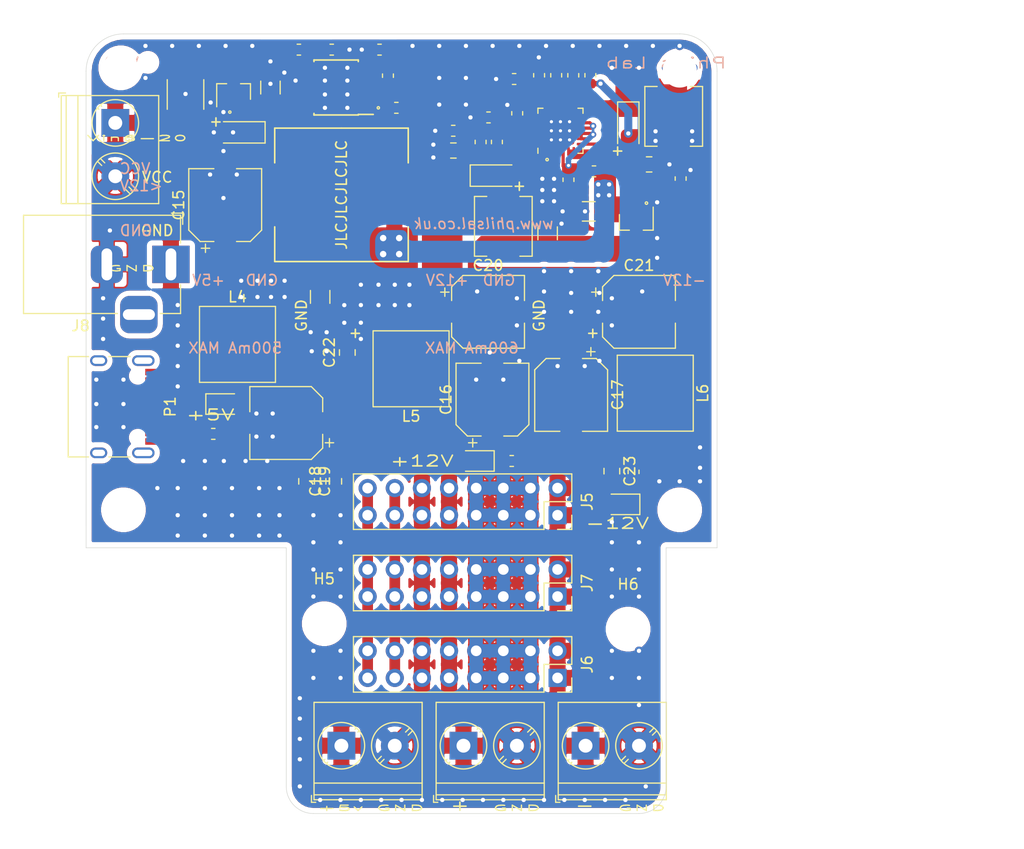
<source format=kicad_pcb>
(kicad_pcb (version 20171130) (host pcbnew "(5.1.9)-1")
  (layers (0 F.Cu signal) (31 B.Cu signal) (34 B.Paste user) (35 F.Paste user) (36 B.SilkS user) (37 F.SilkS user hide) (38 B.Mask user) (39 F.Mask user) (44 Edge.Cuts user))
  (net 0 "")
  (net 1 "Net-(C1-Pad1)")
  (net 2 GND)
  (net 3 "Net-(C2-Pad2)")
  (net 4 FB)
  (net 5 "Net-(C6-Pad1)")
  (net 6 "Net-(C7-Pad1)")
  (net 7 "Net-(C8-Pad1)")
  (net 8 +12V)
  (net 9 "Net-(C9-Pad2)")
  (net 10 "Net-(C11-Pad1)")
  (net 11 -12V)
  (net 12 "Net-(C12-Pad1)")
  (net 13 "Net-(C13-Pad1)")
  (net 14 "Net-(D3-Pad1)")
  (net 15 VCC)
  (net 16 "Net-(Q2-Pad1)")
  (net 17 "Net-(R1-Pad1)")
  (net 18 "Net-(U2-Pad12)")
  (net 19 "Net-(U2-Pad20)")
  (net 20 "Net-(C2-Pad1)")
  (net 21 "Net-(D2-Pad2)")
  (net 22 +5V)
  (net 23 "Net-(D4-Pad1)")
  (net 24 "Net-(D5-Pad1)")
  (net 25 "Net-(D6-Pad1)")
  (net 26 "Net-(U1-Pad3)")
  (net 27 "Net-(U1-Pad2)")
  (net 28 "Net-(F1-Pad1)")
  (net 29 "Net-(C10-Pad1)")
  (net 30 "Net-(C11-Pad2)")
  (net 31 gate)
  (net 32 cv)
  (net 33 powertosplit)
  (net 34 "Net-(P1-PadA1)")
  (net 35 "Net-(P1-PadA4)")
  (net 36 "Net-(P1-PadA5)")
  (net 37 "Net-(P1-PadA7)")
  (net 38 "Net-(P1-PadA6)")
  (net 39 "Net-(P1-PadS1)")
  (module Connector_USB:USB_C_Receptacle_HRO_TYPE-C-31-M-12 (layer F.Cu) (at 26.67 50.8 270)
    (fp_text reference P1 (at 0 -5.645 90) (layer F.SilkS))
    (fp_text value USB_C_Plug_USB2.0)
    (pad B1 smd rect (at 3.25 -4.045 270) (size 0.6 1.45) (layers F.Cu F.Paste F.Mask) (net 34 "Net-(P1-PadA1)"))
    (pad A9 smd rect (at 2.45 -4.045 270) (size 0.6 1.45) (layers F.Cu F.Paste F.Mask) (net 35 "Net-(P1-PadA4)"))
    (pad B9 smd rect (at -2.45 -4.045 270) (size 0.6 1.45) (layers F.Cu F.Paste F.Mask) (net 35 "Net-(P1-PadA4)"))
    (pad B12 smd rect (at -3.25 -4.045 270) (size 0.6 1.45) (layers F.Cu F.Paste F.Mask) (net 34 "Net-(P1-PadA1)"))
    (pad A1 smd rect (at -3.25 -4.045 270) (size 0.6 1.45) (layers F.Cu F.Paste F.Mask) (net 34 "Net-(P1-PadA1)"))
    (pad A4 smd rect (at -2.45 -4.045 270) (size 0.6 1.45) (layers F.Cu F.Paste F.Mask) (net 35 "Net-(P1-PadA4)"))
    (pad B4 smd rect (at 2.45 -4.045 270) (size 0.6 1.45) (layers F.Cu F.Paste F.Mask) (net 35 "Net-(P1-PadA4)"))
    (pad A12 smd rect (at 3.25 -4.045 270) (size 0.6 1.45) (layers F.Cu F.Paste F.Mask) (net 34 "Net-(P1-PadA1)"))
    (pad B8 smd rect (at -1.75 -4.045 270) (size 0.3 1.45) (layers F.Cu F.Paste F.Mask))
    (pad A5 smd rect (at -1.25 -4.045 270) (size 0.3 1.45) (layers F.Cu F.Paste F.Mask) (net 36 "Net-(P1-PadA5)"))
    (pad B7 smd rect (at -0.75 -4.045 270) (size 0.3 1.45) (layers F.Cu F.Paste F.Mask))
    (pad A7 smd rect (at 0.25 -4.045 270) (size 0.3 1.45) (layers F.Cu F.Paste F.Mask) (net 37 "Net-(P1-PadA7)"))
    (pad B6 smd rect (at 0.75 -4.045 270) (size 0.3 1.45) (layers F.Cu F.Paste F.Mask))
    (pad A8 smd rect (at 1.25 -4.045 270) (size 0.3 1.45) (layers F.Cu F.Paste F.Mask))
    (pad B5 smd rect (at 1.75 -4.045 270) (size 0.3 1.45) (layers F.Cu F.Paste F.Mask) (net 33 powertosplit))
    (pad A6 smd rect (at -0.25 -4.045 270) (size 0.3 1.45) (layers F.Cu F.Paste F.Mask) (net 38 "Net-(P1-PadA6)"))
    (pad S1 thru_hole oval (at 4.32 -3.13 270) (size 1 2.1) (drill oval 0.6 1.7) (layers *.Cu *.Mask) (net 39 "Net-(P1-PadS1)"))
    (pad S1 thru_hole oval (at -4.32 -3.13 270) (size 1 2.1) (drill oval 0.6 1.7) (layers *.Cu *.Mask) (net 39 "Net-(P1-PadS1)"))
    (pad "" np_thru_hole circle (at -2.89 -2.6 270) (size 0.65 0.65) (drill 0.65) (layers *.Cu *.Mask))
    (pad S1 thru_hole oval (at -4.32 1.05 270) (size 1 1.6) (drill oval 0.6 1.2) (layers *.Cu *.Mask) (net 39 "Net-(P1-PadS1)"))
    (pad "" np_thru_hole circle (at 2.89 -2.6 270) (size 0.65 0.65) (drill 0.65) (layers *.Cu *.Mask))
    (pad S1 thru_hole oval (at 4.32 1.05 270) (size 1 1.6) (drill oval 0.6 1.2) (layers *.Cu *.Mask) (net 39 "Net-(P1-PadS1)"))
  )
  (module Connector_BarrelJack:BarrelJack_Horizontal (layer F.Cu) (at 32.385 37.465)
    (fp_text reference J8 (at -8.45 5.75) (layer F.SilkS))
    (fp_text value Barrel_Jack)
    (pad 3 thru_hole roundrect (at -3 4.7) (size 3.5 3.5) (drill oval 3 1) (layers *.Cu *.Mask))
    (pad 2 thru_hole roundrect (at -6 0) (size 3 3.5) (drill oval 1 3) (layers *.Cu *.Mask) (net 2 GND))
    (pad 1 thru_hole rect (at 0 0) (size 3.5 3.5) (drill oval 1 3) (layers *.Cu *.Mask) (net 15 VCC))
  )
  (module BananSchplitSilk:TYS60281R0N-10 (layer F.Cu) (at 77.724 49.53 90)
    (fp_text reference L6 (at 0 4.445 90) (layer F.SilkS))
    (fp_text value "1 uH ")
    (pad 2 smd rect (at -2.032 0 90) (size 2.5 6.2) (layers F.Cu F.Paste F.Mask) (net 11 -12V))
    (pad 1 smd rect (at 2.032 0 90) (size 2.5 6.2) (layers F.Cu F.Paste F.Mask) (net 30 "Net-(C11-Pad2)"))
  )
  (module BananSchplitSilk:TYS60281R0N-10 (layer F.Cu) (at 54.864 47.244)
    (fp_text reference L5 (at 0 4.445) (layer F.SilkS))
    (fp_text value "1 uH ")
    (pad 2 smd rect (at -2.032 0) (size 2.5 6.2) (layers F.Cu F.Paste F.Mask) (net 8 +12V))
    (pad 1 smd rect (at 2.032 0) (size 2.5 6.2) (layers F.Cu F.Paste F.Mask) (net 29 "Net-(C10-Pad1)"))
  )
  (module BananSchplitSilk:TYS60281R0N-10 (layer F.Cu) (at 38.61505 44.95721 180)
    (fp_text reference L4 (at 0 4.445) (layer F.SilkS))
    (fp_text value "1 uH ")
    (pad 2 smd rect (at -2.032 0 180) (size 2.5 6.2) (layers F.Cu F.Paste F.Mask) (net 22 +5V))
    (pad 1 smd rect (at 2.032 0 180) (size 2.5 6.2) (layers F.Cu F.Paste F.Mask) (net 33 powertosplit))
  )
  (module MountingHole:MountingHole_3.2mm_M3 (layer F.Cu) (at 75.184 71.628)
    (fp_text reference H6 (at 0 -4.2) (layer F.SilkS))
    (fp_text value MountingHole)
    (pad 1 np_thru_hole circle (at 0 0) (size 3.2 3.2) (drill 3.2) (layers *.Cu *.Mask))
  )
  (module MountingHole:MountingHole_3.2mm_M3 (layer F.Cu) (at 46.736 71.12)
    (fp_text reference H5 (at 0 -4.2) (layer F.SilkS))
    (fp_text value MountingHole)
    (pad 1 np_thru_hole circle (at 0 0) (size 3.2 3.2) (drill 3.2) (layers *.Cu *.Mask))
  )
  (module Connector_PinSocket_2.54mm:PinSocket_2x08_P2.54mm_Vertical (layer F.Cu) (at 68.58 68.58 270)
    (fp_text reference J7 (at -1.27 -2.77 90) (layer F.SilkS))
    (fp_text value Conn_02x08_Odd_Even)
    (pad 16 thru_hole oval (at -2.54 17.78 270) (size 1.7 1.7) (drill 1) (layers *.Cu *.Mask) (net 31 gate))
    (pad 15 thru_hole oval (at 0 17.78 270) (size 1.7 1.7) (drill 1) (layers *.Cu *.Mask) (net 31 gate))
    (pad 14 thru_hole oval (at -2.54 15.24 270) (size 1.7 1.7) (drill 1) (layers *.Cu *.Mask) (net 32 cv))
    (pad 13 thru_hole oval (at 0 15.24 270) (size 1.7 1.7) (drill 1) (layers *.Cu *.Mask) (net 32 cv))
    (pad 12 thru_hole oval (at -2.54 12.7 270) (size 1.7 1.7) (drill 1) (layers *.Cu *.Mask) (net 22 +5V))
    (pad 11 thru_hole oval (at 0 12.7 270) (size 1.7 1.7) (drill 1) (layers *.Cu *.Mask) (net 22 +5V))
    (pad 10 thru_hole oval (at -2.54 10.16 270) (size 1.7 1.7) (drill 1) (layers *.Cu *.Mask) (net 8 +12V))
    (pad 9 thru_hole oval (at 0 10.16 270) (size 1.7 1.7) (drill 1) (layers *.Cu *.Mask) (net 8 +12V))
    (pad 8 thru_hole oval (at -2.54 7.62 270) (size 1.7 1.7) (drill 1) (layers *.Cu *.Mask) (net 2 GND))
    (pad 7 thru_hole oval (at 0 7.62 270) (size 1.7 1.7) (drill 1) (layers *.Cu *.Mask) (net 2 GND))
    (pad 6 thru_hole oval (at -2.54 5.08 270) (size 1.7 1.7) (drill 1) (layers *.Cu *.Mask) (net 2 GND))
    (pad 5 thru_hole oval (at 0 5.08 270) (size 1.7 1.7) (drill 1) (layers *.Cu *.Mask) (net 2 GND))
    (pad 4 thru_hole oval (at -2.54 2.54 270) (size 1.7 1.7) (drill 1) (layers *.Cu *.Mask) (net 2 GND))
    (pad 3 thru_hole oval (at 0 2.54 270) (size 1.7 1.7) (drill 1) (layers *.Cu *.Mask) (net 2 GND))
    (pad 2 thru_hole oval (at -2.54 0 270) (size 1.7 1.7) (drill 1) (layers *.Cu *.Mask) (net 11 -12V))
    (pad 1 thru_hole rect (at 0 0 270) (size 1.7 1.7) (drill 1) (layers *.Cu *.Mask) (net 11 -12V))
  )
  (module Connector_PinSocket_2.54mm:PinSocket_2x08_P2.54mm_Vertical (layer F.Cu) (at 68.58 76.2 270)
    (fp_text reference J6 (at -1.27 -2.77 90) (layer F.SilkS))
    (fp_text value Conn_02x08_Odd_Even)
    (pad 16 thru_hole oval (at -2.54 17.78 270) (size 1.7 1.7) (drill 1) (layers *.Cu *.Mask) (net 31 gate))
    (pad 15 thru_hole oval (at 0 17.78 270) (size 1.7 1.7) (drill 1) (layers *.Cu *.Mask) (net 31 gate))
    (pad 14 thru_hole oval (at -2.54 15.24 270) (size 1.7 1.7) (drill 1) (layers *.Cu *.Mask) (net 32 cv))
    (pad 13 thru_hole oval (at 0 15.24 270) (size 1.7 1.7) (drill 1) (layers *.Cu *.Mask) (net 32 cv))
    (pad 12 thru_hole oval (at -2.54 12.7 270) (size 1.7 1.7) (drill 1) (layers *.Cu *.Mask) (net 22 +5V))
    (pad 11 thru_hole oval (at 0 12.7 270) (size 1.7 1.7) (drill 1) (layers *.Cu *.Mask) (net 22 +5V))
    (pad 10 thru_hole oval (at -2.54 10.16 270) (size 1.7 1.7) (drill 1) (layers *.Cu *.Mask) (net 8 +12V))
    (pad 9 thru_hole oval (at 0 10.16 270) (size 1.7 1.7) (drill 1) (layers *.Cu *.Mask) (net 8 +12V))
    (pad 8 thru_hole oval (at -2.54 7.62 270) (size 1.7 1.7) (drill 1) (layers *.Cu *.Mask) (net 2 GND))
    (pad 7 thru_hole oval (at 0 7.62 270) (size 1.7 1.7) (drill 1) (layers *.Cu *.Mask) (net 2 GND))
    (pad 6 thru_hole oval (at -2.54 5.08 270) (size 1.7 1.7) (drill 1) (layers *.Cu *.Mask) (net 2 GND))
    (pad 5 thru_hole oval (at 0 5.08 270) (size 1.7 1.7) (drill 1) (layers *.Cu *.Mask) (net 2 GND))
    (pad 4 thru_hole oval (at -2.54 2.54 270) (size 1.7 1.7) (drill 1) (layers *.Cu *.Mask) (net 2 GND))
    (pad 3 thru_hole oval (at 0 2.54 270) (size 1.7 1.7) (drill 1) (layers *.Cu *.Mask) (net 2 GND))
    (pad 2 thru_hole oval (at -2.54 0 270) (size 1.7 1.7) (drill 1) (layers *.Cu *.Mask) (net 11 -12V))
    (pad 1 thru_hole rect (at 0 0 270) (size 1.7 1.7) (drill 1) (layers *.Cu *.Mask) (net 11 -12V))
  )
  (module Connector_PinSocket_2.54mm:PinSocket_2x08_P2.54mm_Vertical (layer F.Cu) (at 68.58 60.96 270)
    (fp_text reference J5 (at -1.27 -2.77 90) (layer F.SilkS))
    (fp_text value Conn_02x08_Odd_Even)
    (pad 16 thru_hole oval (at -2.54 17.78 270) (size 1.7 1.7) (drill 1) (layers *.Cu *.Mask) (net 31 gate))
    (pad 15 thru_hole oval (at 0 17.78 270) (size 1.7 1.7) (drill 1) (layers *.Cu *.Mask) (net 31 gate))
    (pad 14 thru_hole oval (at -2.54 15.24 270) (size 1.7 1.7) (drill 1) (layers *.Cu *.Mask) (net 32 cv))
    (pad 13 thru_hole oval (at 0 15.24 270) (size 1.7 1.7) (drill 1) (layers *.Cu *.Mask) (net 32 cv))
    (pad 12 thru_hole oval (at -2.54 12.7 270) (size 1.7 1.7) (drill 1) (layers *.Cu *.Mask) (net 22 +5V))
    (pad 11 thru_hole oval (at 0 12.7 270) (size 1.7 1.7) (drill 1) (layers *.Cu *.Mask) (net 22 +5V))
    (pad 10 thru_hole oval (at -2.54 10.16 270) (size 1.7 1.7) (drill 1) (layers *.Cu *.Mask) (net 8 +12V))
    (pad 9 thru_hole oval (at 0 10.16 270) (size 1.7 1.7) (drill 1) (layers *.Cu *.Mask) (net 8 +12V))
    (pad 8 thru_hole oval (at -2.54 7.62 270) (size 1.7 1.7) (drill 1) (layers *.Cu *.Mask) (net 2 GND))
    (pad 7 thru_hole oval (at 0 7.62 270) (size 1.7 1.7) (drill 1) (layers *.Cu *.Mask) (net 2 GND))
    (pad 6 thru_hole oval (at -2.54 5.08 270) (size 1.7 1.7) (drill 1) (layers *.Cu *.Mask) (net 2 GND))
    (pad 5 thru_hole oval (at 0 5.08 270) (size 1.7 1.7) (drill 1) (layers *.Cu *.Mask) (net 2 GND))
    (pad 4 thru_hole oval (at -2.54 2.54 270) (size 1.7 1.7) (drill 1) (layers *.Cu *.Mask) (net 2 GND))
    (pad 3 thru_hole oval (at 0 2.54 270) (size 1.7 1.7) (drill 1) (layers *.Cu *.Mask) (net 2 GND))
    (pad 2 thru_hole oval (at -2.54 0 270) (size 1.7 1.7) (drill 1) (layers *.Cu *.Mask) (net 11 -12V))
    (pad 1 thru_hole rect (at 0 0 270) (size 1.7 1.7) (drill 1) (layers *.Cu *.Mask) (net 11 -12V))
  )
  (module Capacitor_SMD:C_0805_2012Metric (layer F.Cu) (at 73.66 56.83 270)
    (fp_text reference C23 (at 0 -1.68 90) (layer F.SilkS))
    (fp_text value 22u)
    (pad 2 smd roundrect (at 0.95 0 270) (size 1 1.45) (layers F.Cu F.Paste F.Mask) (net 2 GND))
    (pad 1 smd roundrect (at -0.95 0 270) (size 1 1.45) (layers F.Cu F.Paste F.Mask) (net 11 -12V))
  )
  (module Capacitor_SMD:C_0805_2012Metric (layer F.Cu) (at 48.895 45.72 90)
    (fp_text reference C22 (at 0 -1.68 90) (layer F.SilkS))
    (fp_text value 22u)
    (pad 2 smd roundrect (at 0.95 0 90) (size 1 1.45) (layers F.Cu F.Paste F.Mask) (net 2 GND))
    (pad 1 smd roundrect (at -0.95 0 90) (size 1 1.45) (layers F.Cu F.Paste F.Mask) (net 8 +12V))
  )
  (module Capacitor_SMD:CP_Elec_6.3x7.7 (layer F.Cu) (at 76.2 41.91)
    (fp_text reference C21 (at 0 -4.35) (layer F.SilkS))
    (fp_text value 220u)
    (pad 2 smd roundrect (at 2.7 0) (size 3.5 1.6) (layers F.Cu F.Paste F.Mask) (roundrect_rratio 0.15625) (net 30 "Net-(C11-Pad2)"))
    (pad 1 smd roundrect (at -2.7 0) (size 3.5 1.6) (layers F.Cu F.Paste F.Mask) (roundrect_rratio 0.15625) (net 2 GND))
  )
  (module Capacitor_SMD:CP_Elec_6.3x7.7 (layer F.Cu) (at 62.07 41.91)
    (fp_text reference C20 (at 0 -4.35) (layer F.SilkS))
    (fp_text value 220u)
    (pad 2 smd roundrect (at 2.7 0) (size 3.5 1.6) (layers F.Cu F.Paste F.Mask) (roundrect_rratio 0.15625) (net 2 GND))
    (pad 1 smd roundrect (at -2.7 0) (size 3.5 1.6) (layers F.Cu F.Paste F.Mask) (roundrect_rratio 0.15625) (net 29 "Net-(C10-Pad1)"))
  )
  (module Capacitor_SMD:C_0805_2012Metric (layer F.Cu) (at 45.085 57.785 270)
    (fp_text reference C19 (at 0 -1.68 90) (layer F.SilkS))
    (fp_text value 22u)
    (pad 2 smd roundrect (at 0.95 0 270) (size 1 1.45) (layers F.Cu F.Paste F.Mask) (net 2 GND))
    (pad 1 smd roundrect (at -0.95 0 270) (size 1 1.45) (layers F.Cu F.Paste F.Mask) (net 22 +5V))
  )
  (module Capacitor_SMD:C_0805_2012Metric (layer F.Cu) (at 47.625 57.785 270)
    (fp_text reference C18 (at -0.006455 1.703568 90) (layer F.SilkS))
    (fp_text value 22u)
    (pad 2 smd roundrect (at 0.95 0 270) (size 1 1.45) (layers F.Cu F.Paste F.Mask) (net 2 GND))
    (pad 1 smd roundrect (at -0.95 0 270) (size 1 1.45) (layers F.Cu F.Paste F.Mask) (net 22 +5V))
  )
  (module Capacitor_SMD:CP_Elec_6.3x7.7 (layer F.Cu) (at 69.85 49.69 270)
    (fp_text reference C17 (at 0 -4.35 90) (layer F.SilkS))
    (fp_text value 220u)
    (pad 2 smd roundrect (at 2.7 0 270) (size 3.5 1.6) (layers F.Cu F.Paste F.Mask) (roundrect_rratio 0.15625) (net 11 -12V))
    (pad 1 smd roundrect (at -2.7 0 270) (size 3.5 1.6) (layers F.Cu F.Paste F.Mask) (roundrect_rratio 0.15625) (net 2 GND))
  )
  (module Capacitor_SMD:CP_Elec_6.3x7.7 (layer F.Cu) (at 62.484 50.132 90)
    (fp_text reference C16 (at 0 -4.35 90) (layer F.SilkS))
    (fp_text value 220u)
    (pad 2 smd roundrect (at 2.7 0 90) (size 3.5 1.6) (layers F.Cu F.Paste F.Mask) (roundrect_rratio 0.15625) (net 2 GND))
    (pad 1 smd roundrect (at -2.7 0 90) (size 3.5 1.6) (layers F.Cu F.Paste F.Mask) (roundrect_rratio 0.15625) (net 8 +12V))
  )
  (module Capacitor_SMD:CP_Elec_6.3x7.7 (layer F.Cu) (at 37.465 31.91 90)
    (fp_text reference C15 (at 0 -4.35 90) (layer F.SilkS))
    (fp_text value 220u)
    (pad 2 smd roundrect (at 2.7 0 90) (size 3.5 1.6) (layers F.Cu F.Paste F.Mask) (roundrect_rratio 0.15625) (net 2 GND))
    (pad 1 smd roundrect (at -2.7 0 90) (size 3.5 1.6) (layers F.Cu F.Paste F.Mask) (roundrect_rratio 0.15625) (net 33 powertosplit))
  )
  (module MountingHole:MountingHole_2.1mm (layer F.Cu) (at 109.982 36.83)
    (fp_text reference REF**)
    (fp_text value MountingHole_1.152mm)
    (pad "" np_thru_hole circle (at 0 0) (size 1.152 1.152) (drill 1.152) (layers *.Cu *.Mask))
  )
  (module MountingHole:MountingHole_2.1mm (layer F.Cu) (at 30.226 18.542)
    (fp_text reference REF**)
    (fp_text value MountingHole_1.152mm)
    (pad "" np_thru_hole circle (at 0 0) (size 1.152 1.152) (drill 1.152) (layers *.Cu *.Mask))
  )
  (module Fuse:Fuse_1812_4532Metric (layer F.Cu) (at 33.75 21.55 270)
    (fp_text reference F1)
    (fp_text value 500mA)
    (pad 2 smd roundrect (at 2.1375 0 270) (size 1.125 3.4) (layers F.Cu F.Paste F.Mask) (roundrect_rratio 0.222222) (net 15 VCC))
    (pad 1 smd roundrect (at -2.1375 0 270) (size 1.125 3.4) (layers F.Cu F.Paste F.Mask) (roundrect_rratio 0.222222) (net 28 "Net-(F1-Pad1)"))
  )
  (module SchmillipKiCADLibrary:SWRB1204S (layer F.Cu) (at 48.35 30.95)
    (fp_text reference L1)
    (fp_text value 47u)
    (pad 2 smd rect (at 4.95 0) (size 2.9 5.4) (layers F.Cu F.Paste F.Mask) (net 33 powertosplit))
    (pad 1 smd rect (at -4.95 0) (size 2.9 5.4) (layers F.Cu F.Paste F.Mask) (net 3 "Net-(C2-Pad2)"))
  )
  (module Capacitor_SMD:CP_Elec_6.3x7.7 (layer F.Cu) (at 43.18 52.324 180)
    (fp_text reference C4)
    (fp_text value 220u)
    (pad 2 smd roundrect (at 2.7 0 180) (size 3.5 1.6) (layers F.Cu F.Paste F.Mask) (roundrect_rratio 0.15625) (net 2 GND))
    (pad 1 smd roundrect (at -2.7 0 180) (size 3.5 1.6) (layers F.Cu F.Paste F.Mask) (roundrect_rratio 0.15625) (net 22 +5V))
  )
  (module Package_SO:TI_SO-PowerPAD-8_ThermalVias (layer F.Cu) (at 47.85 20.895 180)
    (fp_text reference U1)
    (fp_text value TPS5430DDA)
    (pad 9 smd rect (at 0 0 180) (size 2.95 4.5) (layers B.Cu) (net 2 GND))
    (pad 8 smd rect (at 2.7 -1.905 180) (size 1.55 0.6) (layers F.Cu F.Paste F.Mask) (net 3 "Net-(C2-Pad2)"))
    (pad 7 smd rect (at 2.7 -0.635 180) (size 1.55 0.6) (layers F.Cu F.Paste F.Mask) (net 1 "Net-(C1-Pad1)"))
    (pad 6 smd rect (at 2.7 0.635 180) (size 1.55 0.6) (layers F.Cu F.Paste F.Mask) (net 2 GND))
    (pad 5 smd rect (at 2.7 1.905 180) (size 1.55 0.6) (layers F.Cu F.Paste F.Mask) (net 17 "Net-(R1-Pad1)"))
    (pad 4 smd rect (at -2.7 1.905 180) (size 1.55 0.6) (layers F.Cu F.Paste F.Mask) (net 4 FB))
    (pad 3 smd rect (at -2.7 0.635 180) (size 1.55 0.6) (layers F.Cu F.Paste F.Mask) (net 26 "Net-(U1-Pad3)"))
    (pad 2 smd rect (at -2.7 -0.635 180) (size 1.55 0.6) (layers F.Cu F.Paste F.Mask) (net 27 "Net-(U1-Pad2)"))
    (pad 1 smd rect (at -2.7 -1.905 180) (size 1.55 0.6) (layers F.Cu F.Paste F.Mask) (net 20 "Net-(C2-Pad1)"))
    (pad 9 smd rect (at 0 0 180) (size 2.95 4.5) (layers F.Cu) (net 2 GND))
    (pad 9 smd rect (at 0 0 180) (size 2.6 3.1) (layers F.Cu F.Paste F.Mask) (net 2 GND))
  )
  (module MountingHole:MountingHole_3.2mm_M3 (layer F.Cu) (at 80.01 19.304)
    (fp_text reference H4)
    (fp_text value MountingHole)
    (pad 1 np_thru_hole circle (at 0 0) (size 3.2 3.2) (drill 3.2) (layers *.Cu *.Mask))
  )
  (module MountingHole:MountingHole_3.2mm_M3 (layer F.Cu) (at 27.686 19.05)
    (fp_text reference H3)
    (fp_text value MountingHole)
    (pad 1 np_thru_hole circle (at 0 0) (size 3.2 3.2) (drill 3.2) (layers *.Cu *.Mask))
  )
  (module MountingHole:MountingHole_3.2mm_M3 (layer F.Cu) (at 80.01 60.452)
    (fp_text reference H2)
    (fp_text value MountingHole)
    (pad 1 np_thru_hole circle (at 0 0) (size 3.2 3.2) (drill 3.2) (layers *.Cu *.Mask))
  )
  (module MountingHole:MountingHole_3.2mm_M3 (layer F.Cu) (at 27.94 60.452)
    (fp_text reference H1)
    (fp_text value MountingHole)
    (pad 1 np_thru_hole circle (at 0 0) (size 3.2 3.2) (drill 3.2) (layers *.Cu *.Mask))
  )
  (module Resistor_SMD:R_0603_1608Metric (layer F.Cu) (at 75.692 56.896 270)
    (fp_text reference R14)
    (fp_text value 5k1)
    (pad 2 smd roundrect (at 0.7875 0 270) (size 0.875 0.95) (layers F.Cu F.Paste F.Mask) (net 25 "Net-(D6-Pad1)"))
    (pad 1 smd roundrect (at -0.7875 0 270) (size 0.875 0.95) (layers F.Cu F.Paste F.Mask) (net 11 -12V))
  )
  (module Resistor_SMD:R_0603_1608Metric (layer F.Cu) (at 64.2875 55.88 180)
    (fp_text reference R13)
    (fp_text value 4k3)
    (pad 2 smd roundrect (at 0.7875 0 180) (size 0.875 0.95) (layers F.Cu F.Paste F.Mask) (net 24 "Net-(D5-Pad1)"))
    (pad 1 smd roundrect (at -0.7875 0 180) (size 0.875 0.95) (layers F.Cu F.Paste F.Mask) (net 2 GND))
  )
  (module Resistor_SMD:R_0603_1608Metric (layer F.Cu) (at 36.3475 53.34 180)
    (fp_text reference R12)
    (fp_text value 1k5)
    (pad 2 smd roundrect (at 0.7875 0 180) (size 0.875 0.95) (layers F.Cu F.Paste F.Mask) (net 23 "Net-(D4-Pad1)"))
    (pad 1 smd roundrect (at -0.7875 0 180) (size 0.875 0.95) (layers F.Cu F.Paste F.Mask) (net 2 GND))
  )
  (module Resistor_SMD:R_0603_1608Metric (layer F.Cu) (at 44.3625 17.35 180)
    (fp_text reference R1)
    (fp_text value 100k)
    (pad 2 smd roundrect (at 0.7875 0 180) (size 0.875 0.95) (layers F.Cu F.Paste F.Mask) (net 1 "Net-(C1-Pad1)"))
    (pad 1 smd roundrect (at -0.7875 0 180) (size 0.875 0.95) (layers F.Cu F.Paste F.Mask) (net 17 "Net-(R1-Pad1)"))
  )
  (module TerminalBlock_Phoenix:TerminalBlock_Phoenix_PT-1,5-2-5.0-H_1x02_P5.00mm_Horizontal (layer F.Cu) (at 48.34 82.55)
    (fp_text reference J2)
    (fp_text value Screw_Terminal_01x02)
    (pad 2 thru_hole circle (at 5 0) (size 2.6 2.6) (drill 1.3) (layers *.Cu *.Mask) (net 2 GND))
    (pad 1 thru_hole rect (at 0 0) (size 2.6 2.6) (drill 1.3) (layers *.Cu *.Mask) (net 22 +5V))
  )
  (module LED_SMD:LED_0805_2012Metric (layer F.Cu) (at 74.5975 59.944 180)
    (fp_text reference D6)
    (fp_text value YELLOW)
    (pad 2 smd roundrect (at 0.9375 0 180) (size 0.975 1.4) (layers F.Cu F.Paste F.Mask) (net 2 GND))
    (pad 1 smd roundrect (at -0.9375 0 180) (size 0.975 1.4) (layers F.Cu F.Paste F.Mask) (net 25 "Net-(D6-Pad1)"))
  )
  (module LED_SMD:LED_0805_2012Metric (layer F.Cu) (at 60.96 55.88 180)
    (fp_text reference D5)
    (fp_text value GREEN)
    (pad 2 smd roundrect (at 0.9375 0 180) (size 0.975 1.4) (layers F.Cu F.Paste F.Mask) (net 8 +12V))
    (pad 1 smd roundrect (at -0.9375 0 180) (size 0.975 1.4) (layers F.Cu F.Paste F.Mask) (net 24 "Net-(D5-Pad1)"))
  )
  (module LED_SMD:LED_0805_2012Metric (layer F.Cu) (at 37.338 50.546)
    (fp_text reference D4)
    (fp_text value RED)
    (pad 2 smd roundrect (at 0.9375 0) (size 0.975 1.4) (layers F.Cu F.Paste F.Mask) (net 22 +5V))
    (pad 1 smd roundrect (at -0.9375 0) (size 0.975 1.4) (layers F.Cu F.Paste F.Mask) (net 23 "Net-(D4-Pad1)"))
  )
  (module Capacitor_SMD:C_1206_3216Metric (layer F.Cu) (at 41.7 20.9 90)
    (fp_text reference C1)
    (fp_text value 10u)
    (pad 1 smd roundrect (at -1.4 0 90) (size 1.25 1.75) (layers F.Cu F.Paste F.Mask) (roundrect_rratio 0.2) (net 1 "Net-(C1-Pad1)"))
    (pad 2 smd roundrect (at 1.4 0 90) (size 1.25 1.75) (layers F.Cu F.Paste F.Mask) (roundrect_rratio 0.2) (net 2 GND))
  )
  (module Capacitor_SMD:C_0603_1608Metric (layer F.Cu) (at 53.4875 22.8)
    (fp_text reference C2)
    (fp_text value 10n)
    (pad 2 smd roundrect (at 0.7875 0) (size 0.875 0.95) (layers F.Cu F.Paste F.Mask) (net 3 "Net-(C2-Pad2)"))
    (pad 1 smd roundrect (at -0.7875 0) (size 0.875 0.95) (layers F.Cu F.Paste F.Mask) (net 20 "Net-(C2-Pad1)"))
  )
  (module Capacitor_SMD:C_1206_3216Metric (layer F.Cu) (at 46.355 40.51 270)
    (fp_text reference C3)
    (fp_text value 10u)
    (pad 2 smd roundrect (at 1.4 0 270) (size 1.25 1.75) (layers F.Cu F.Paste F.Mask) (roundrect_rratio 0.2) (net 2 GND))
    (pad 1 smd roundrect (at -1.4 0 270) (size 1.25 1.75) (layers F.Cu F.Paste F.Mask) (roundrect_rratio 0.2) (net 33 powertosplit))
  )
  (module Capacitor_SMD:C_1206_3216Metric (layer F.Cu) (at 71.5 32.5 180)
    (fp_text reference C5)
    (fp_text value 10u)
    (pad 1 smd roundrect (at -1.4 0 180) (size 1.25 1.75) (layers F.Cu F.Paste F.Mask) (roundrect_rratio 0.2) (net 33 powertosplit))
    (pad 2 smd roundrect (at 1.4 0 180) (size 1.25 1.75) (layers F.Cu F.Paste F.Mask) (roundrect_rratio 0.2) (net 2 GND))
  )
  (module Capacitor_SMD:C_1206_3216Metric (layer F.Cu) (at 67.65 34.55 90)
    (fp_text reference C6)
    (fp_text value 10u)
    (pad 2 smd roundrect (at 1.4 0 90) (size 1.25 1.75) (layers F.Cu F.Paste F.Mask) (roundrect_rratio 0.2) (net 2 GND))
    (pad 1 smd roundrect (at -1.4 0 90) (size 1.25 1.75) (layers F.Cu F.Paste F.Mask) (roundrect_rratio 0.2) (net 5 "Net-(C6-Pad1)"))
  )
  (module Capacitor_SMD:C_0603_1608Metric (layer F.Cu) (at 69.6 29.5375 270)
    (fp_text reference C7)
    (fp_text value 100n)
    (pad 1 smd roundrect (at -0.7875 0 270) (size 0.875 0.95) (layers F.Cu F.Paste F.Mask) (net 6 "Net-(C7-Pad1)"))
    (pad 2 smd roundrect (at 0.7875 0 270) (size 0.875 0.95) (layers F.Cu F.Paste F.Mask) (net 2 GND))
  )
  (module Capacitor_SMD:C_0603_1608Metric (layer F.Cu) (at 64.8 23.3125 90)
    (fp_text reference C8)
    (fp_text value 10n)
    (pad 1 smd roundrect (at -0.7875 0 90) (size 0.875 0.95) (layers F.Cu F.Paste F.Mask) (net 7 "Net-(C8-Pad1)"))
    (pad 2 smd roundrect (at 0.7875 0 90) (size 0.875 0.95) (layers F.Cu F.Paste F.Mask) (net 2 GND))
  )
  (module Capacitor_SMD:C_0603_1608Metric (layer F.Cu) (at 61.375 26 90)
    (fp_text reference C9)
    (fp_text value 6p8)
    (pad 1 smd roundrect (at -0.7875 0 90) (size 0.875 0.95) (layers F.Cu F.Paste F.Mask) (net 29 "Net-(C10-Pad1)"))
    (pad 2 smd roundrect (at 0.7875 0 90) (size 0.875 0.95) (layers F.Cu F.Paste F.Mask) (net 9 "Net-(C9-Pad2)"))
  )
  (module Capacitor_SMD:C_0805_2012Metric (layer F.Cu) (at 58.825 26.8 180)
    (fp_text reference C10)
    (fp_text value 22u)
    (pad 1 smd roundrect (at -0.9375 0 180) (size 0.975 1.4) (layers F.Cu F.Paste F.Mask) (net 29 "Net-(C10-Pad1)"))
    (pad 2 smd roundrect (at 0.9375 0 180) (size 0.975 1.4) (layers F.Cu F.Paste F.Mask) (net 2 GND))
  )
  (module Capacitor_SMD:C_0603_1608Metric (layer F.Cu) (at 71.65 19.75 270)
    (fp_text reference C11)
    (fp_text value 8p2)
    (pad 1 smd roundrect (at -0.7875 0 270) (size 0.875 0.95) (layers F.Cu F.Paste F.Mask) (net 10 "Net-(C11-Pad1)"))
    (pad 2 smd roundrect (at 0.7875 0 270) (size 0.875 0.95) (layers F.Cu F.Paste F.Mask) (net 30 "Net-(C11-Pad2)"))
  )
  (module Capacitor_SMD:C_0603_1608Metric (layer F.Cu) (at 66.85 19.75 90)
    (fp_text reference C12)
    (fp_text value 220n)
    (pad 2 smd roundrect (at 0.7875 0 90) (size 0.875 0.95) (layers F.Cu F.Paste F.Mask) (net 2 GND))
    (pad 1 smd roundrect (at -0.7875 0 90) (size 0.875 0.95) (layers F.Cu F.Paste F.Mask) (net 12 "Net-(C12-Pad1)"))
  )
  (module Capacitor_SMD:C_0603_1608Metric (layer F.Cu) (at 64.5125 20.1 180)
    (fp_text reference C13)
    (fp_text value 4n7)
    (pad 2 smd roundrect (at 0.7875 0 180) (size 0.875 0.95) (layers F.Cu F.Paste F.Mask) (net 2 GND))
    (pad 1 smd roundrect (at -0.7875 0 180) (size 0.875 0.95) (layers F.Cu F.Paste F.Mask) (net 13 "Net-(C13-Pad1)"))
  )
  (module Capacitor_SMD:C_0805_2012Metric (layer F.Cu) (at 77.15 28.1)
    (fp_text reference C14)
    (fp_text value 22u)
    (pad 2 smd roundrect (at 0.9375 0) (size 0.975 1.4) (layers F.Cu F.Paste F.Mask) (net 2 GND))
    (pad 1 smd roundrect (at -0.9375 0) (size 0.975 1.4) (layers F.Cu F.Paste F.Mask) (net 30 "Net-(C11-Pad2)"))
  )
  (module Diode_SMD:D_SOD-123 (layer F.Cu) (at 62.65 29.15)
    (fp_text reference D2)
    (fp_text value B5819W)
    (pad 2 smd rect (at 1.65 0) (size 0.9 1.2) (layers F.Cu F.Paste F.Mask) (net 21 "Net-(D2-Pad2)"))
    (pad 1 smd rect (at -1.65 0) (size 0.9 1.2) (layers F.Cu F.Paste F.Mask) (net 29 "Net-(C10-Pad1)"))
  )
  (module Diode_SMD:D_SOD-123 (layer F.Cu) (at 38.95 25.1 180)
    (fp_text reference D1)
    (fp_text value B5819W)
    (pad 1 smd rect (at -1.65 0 180) (size 0.9 1.2) (layers F.Cu F.Paste F.Mask) (net 3 "Net-(C2-Pad2)"))
    (pad 2 smd rect (at 1.65 0 180) (size 0.9 1.2) (layers F.Cu F.Paste F.Mask) (net 2 GND))
  )
  (module Diode_SMD:D_SOD-123 (layer F.Cu) (at 75.2 24.5 270)
    (fp_text reference D3)
    (fp_text value B5819W)
    (pad 1 smd rect (at -1.65 0 270) (size 0.9 1.2) (layers F.Cu F.Paste F.Mask) (net 14 "Net-(D3-Pad1)"))
    (pad 2 smd rect (at 1.65 0 270) (size 0.9 1.2) (layers F.Cu F.Paste F.Mask) (net 30 "Net-(C11-Pad2)"))
  )
  (module TerminalBlock_Phoenix:TerminalBlock_Phoenix_PT-1,5-2-5.0-H_1x02_P5.00mm_Horizontal (layer F.Cu) (at 27.178 24.21 270)
    (fp_text reference J1)
    (fp_text value Screw_Terminal_01x02)
    (pad 1 thru_hole rect (at 0 0 270) (size 2.6 2.6) (drill 1.3) (layers *.Cu *.Mask) (net 15 VCC))
    (pad 2 thru_hole circle (at 5 0 270) (size 2.6 2.6) (drill 1.3) (layers *.Cu *.Mask) (net 2 GND))
  )
  (module TerminalBlock_Phoenix:TerminalBlock_Phoenix_PT-1,5-2-5.0-H_1x02_P5.00mm_Horizontal (layer F.Cu) (at 59.77 82.55)
    (fp_text reference J3)
    (fp_text value Screw_Terminal_01x02)
    (pad 2 thru_hole circle (at 5 0) (size 2.6 2.6) (drill 1.3) (layers *.Cu *.Mask) (net 2 GND))
    (pad 1 thru_hole rect (at 0 0) (size 2.6 2.6) (drill 1.3) (layers *.Cu *.Mask) (net 8 +12V))
  )
  (module TerminalBlock_Phoenix:TerminalBlock_Phoenix_PT-1,5-2-5.0-H_1x02_P5.00mm_Horizontal (layer F.Cu) (at 71.2 82.55)
    (fp_text reference J4)
    (fp_text value Screw_Terminal_01x02)
    (pad 1 thru_hole rect (at 0 0) (size 2.6 2.6) (drill 1.3) (layers *.Cu *.Mask) (net 11 -12V))
    (pad 2 thru_hole circle (at 5 0) (size 2.6 2.6) (drill 1.3) (layers *.Cu *.Mask) (net 2 GND))
  )
  (module Inductor_SMD:L_Sunlord_MWSA0518_5.4x5.2mm (layer F.Cu) (at 63.5 33.9 90)
    (fp_text reference L2)
    (fp_text value 10u)
    (pad 1 smd rect (at -2.05 0 90) (size 1.9 2.5) (layers F.Cu F.Paste F.Mask) (net 5 "Net-(C6-Pad1)"))
    (pad 2 smd rect (at 2.05 0 90) (size 1.9 2.5) (layers F.Cu F.Paste F.Mask) (net 21 "Net-(D2-Pad2)"))
  )
  (module Inductor_SMD:L_Sunlord_MWSA0518_5.4x5.2mm (layer F.Cu) (at 79.45 23.6 270)
    (fp_text reference L3)
    (fp_text value 10u)
    (pad 1 smd rect (at -2.05 0 270) (size 1.9 2.5) (layers F.Cu F.Paste F.Mask) (net 14 "Net-(D3-Pad1)"))
    (pad 2 smd rect (at 2.05 0 270) (size 1.9 2.5) (layers F.Cu F.Paste F.Mask) (net 2 GND))
  )
  (module Package_TO_SOT_SMD:SOT-23 (layer F.Cu) (at 38.25 21.3 90)
    (fp_text reference Q1)
    (fp_text value AO3407A)
    (pad 3 smd rect (at 1 0 90) (size 0.9 0.8) (layers F.Cu F.Paste F.Mask) (net 28 "Net-(F1-Pad1)"))
    (pad 2 smd rect (at -1 0.95 90) (size 0.9 0.8) (layers F.Cu F.Paste F.Mask) (net 1 "Net-(C1-Pad1)"))
    (pad 1 smd rect (at -1 -0.95 90) (size 0.9 0.8) (layers F.Cu F.Paste F.Mask) (net 2 GND))
  )
  (module Package_TO_SOT_SMD:SOT-23 (layer F.Cu) (at 75.95 33.5 270)
    (fp_text reference Q2)
    (fp_text value AO3407A)
    (pad 1 smd rect (at -1 -0.95 270) (size 0.9 0.8) (layers F.Cu F.Paste F.Mask) (net 16 "Net-(Q2-Pad1)"))
    (pad 2 smd rect (at -1 0.95 270) (size 0.9 0.8) (layers F.Cu F.Paste F.Mask) (net 33 powertosplit))
    (pad 3 smd rect (at 1 0 270) (size 0.9 0.8) (layers F.Cu F.Paste F.Mask) (net 5 "Net-(C6-Pad1)"))
  )
  (module Resistor_SMD:R_0603_1608Metric (layer F.Cu) (at 47.4375 17.35 180)
    (fp_text reference R2)
    (fp_text value 100k)
    (pad 1 smd roundrect (at -0.7875 0 180) (size 0.875 0.95) (layers F.Cu F.Paste F.Mask) (net 2 GND))
    (pad 2 smd roundrect (at 0.7875 0 180) (size 0.875 0.95) (layers F.Cu F.Paste F.Mask) (net 17 "Net-(R1-Pad1)"))
  )
  (module Resistor_SMD:R_0603_1608Metric (layer F.Cu) (at 52.7 19.7875 270)
    (fp_text reference R3)
    (fp_text value 10k)
    (pad 1 smd roundrect (at -0.7875 0 270) (size 0.875 0.95) (layers F.Cu F.Paste F.Mask) (net 4 FB))
    (pad 2 smd roundrect (at 0.7875 0 270) (size 0.875 0.95) (layers F.Cu F.Paste F.Mask) (net 33 powertosplit))
  )
  (module Resistor_SMD:R_0603_1608Metric (layer F.Cu) (at 51.9125 17.35)
    (fp_text reference R4)
    (fp_text value 3k3)
    (pad 2 smd roundrect (at 0.7875 0) (size 0.875 0.95) (layers F.Cu F.Paste F.Mask) (net 4 FB))
    (pad 1 smd roundrect (at -0.7875 0) (size 0.875 0.95) (layers F.Cu F.Paste F.Mask) (net 2 GND))
  )
  (module Resistor_SMD:R_0603_1608Metric (layer F.Cu) (at 71.9875 28.75)
    (fp_text reference R5)
    (fp_text value 100)
    (pad 2 smd roundrect (at 0.7875 0) (size 0.875 0.95) (layers F.Cu F.Paste F.Mask) (net 33 powertosplit))
    (pad 1 smd roundrect (at -0.7875 0) (size 0.875 0.95) (layers F.Cu F.Paste F.Mask) (net 6 "Net-(C7-Pad1)"))
  )
  (module Resistor_SMD:R_0603_1608Metric (layer F.Cu) (at 62.9 26 270)
    (fp_text reference R6)
    (fp_text value 1M)
    (pad 1 smd roundrect (at -0.7875 0 270) (size 0.875 0.95) (layers F.Cu F.Paste F.Mask) (net 9 "Net-(C9-Pad2)"))
    (pad 2 smd roundrect (at 0.7875 0 270) (size 0.875 0.95) (layers F.Cu F.Paste F.Mask) (net 29 "Net-(C10-Pad1)"))
  )
  (module Resistor_SMD:R_0603_1608Metric (layer F.Cu) (at 62.1125 23.7)
    (fp_text reference R7)
    (fp_text value 110k)
    (pad 2 smd roundrect (at 0.7875 0) (size 0.875 0.95) (layers F.Cu F.Paste F.Mask) (net 9 "Net-(C9-Pad2)"))
    (pad 1 smd roundrect (at -0.7875 0) (size 0.875 0.95) (layers F.Cu F.Paste F.Mask) (net 2 GND))
  )
  (module Resistor_SMD:R_0603_1608Metric (layer F.Cu) (at 68.45 19.75 90)
    (fp_text reference R8)
    (fp_text value 100k)
    (pad 1 smd roundrect (at -0.7875 0 90) (size 0.875 0.95) (layers F.Cu F.Paste F.Mask) (net 10 "Net-(C11-Pad1)"))
    (pad 2 smd roundrect (at 0.7875 0 90) (size 0.875 0.95) (layers F.Cu F.Paste F.Mask) (net 12 "Net-(C12-Pad1)"))
  )
  (module Resistor_SMD:R_0603_1608Metric (layer F.Cu) (at 70.05 19.75 90)
    (fp_text reference R9)
    (fp_text value 1M)
    (pad 2 smd roundrect (at 0.7875 0 90) (size 0.875 0.95) (layers F.Cu F.Paste F.Mask) (net 10 "Net-(C11-Pad1)"))
    (pad 1 smd roundrect (at -0.7875 0 90) (size 0.875 0.95) (layers F.Cu F.Paste F.Mask) (net 30 "Net-(C11-Pad2)"))
  )
  (module Resistor_SMD:R_0603_1608Metric (layer F.Cu) (at 58.8125 24.95)
    (fp_text reference R10)
    (fp_text value 12k)
    (pad 1 smd roundrect (at -0.7875 0) (size 0.875 0.95) (layers F.Cu F.Paste F.Mask) (net 2 GND))
    (pad 2 smd roundrect (at 0.7875 0) (size 0.875 0.95) (layers F.Cu F.Paste F.Mask) (net 29 "Net-(C10-Pad1)"))
  )
  (module Resistor_SMD:R_0603_1608Metric (layer F.Cu) (at 80.1 29.425 270)
    (fp_text reference R11)
    (fp_text value 12k)
    (pad 1 smd roundrect (at -0.7875 0 270) (size 0.875 0.95) (layers F.Cu F.Paste F.Mask) (net 2 GND))
    (pad 2 smd roundrect (at 0.7875 0 270) (size 0.875 0.95) (layers F.Cu F.Paste F.Mask) (net 30 "Net-(C11-Pad2)"))
  )
  (module Package_DFN_QFN:QFN-24-1EP_4x4mm_P0.5mm_EP2.6x2.6mm (layer F.Cu) (at 68.85 24.95 90)
    (fp_text reference U2)
    (fp_text value TPS65131RGER)
    (pad 25 smd roundrect (at 0 0 90) (size 2.6 2.6) (layers F.Cu F.Mask) (roundrect_rratio 0.096154) (net 2 GND))
    (pad 1 smd roundrect (at -1.9375 -1.25 90) (size 0.825 0.25) (layers F.Cu F.Paste F.Mask) (net 21 "Net-(D2-Pad2)"))
    (pad 2 smd roundrect (at -1.9375 -0.75 90) (size 0.825 0.25) (layers F.Cu F.Paste F.Mask) (net 2 GND))
    (pad 3 smd roundrect (at -1.9375 -0.25 90) (size 0.825 0.25) (layers F.Cu F.Paste F.Mask) (net 2 GND))
    (pad 4 smd roundrect (at -1.9375 0.25 90) (size 0.825 0.25) (layers F.Cu F.Paste F.Mask) (net 6 "Net-(C7-Pad1)"))
    (pad 5 smd roundrect (at -1.9375 0.75 90) (size 0.825 0.25) (layers F.Cu F.Paste F.Mask) (net 33 powertosplit))
    (pad 6 smd roundrect (at -1.9375 1.25 90) (size 0.825 0.25) (layers F.Cu F.Paste F.Mask) (net 33 powertosplit))
    (pad 7 smd roundrect (at -1.25 1.9375 90) (size 0.25 0.825) (layers F.Cu F.Paste F.Mask) (net 16 "Net-(Q2-Pad1)"))
    (pad 8 smd roundrect (at -0.75 1.9375 90) (size 0.25 0.825) (layers F.Cu F.Paste F.Mask) (net 6 "Net-(C7-Pad1)"))
    (pad 9 smd roundrect (at -0.25 1.9375 90) (size 0.25 0.825) (layers F.Cu F.Paste F.Mask) (net 6 "Net-(C7-Pad1)"))
    (pad 10 smd roundrect (at 0.25 1.9375 90) (size 0.25 0.825) (layers F.Cu F.Paste F.Mask) (net 6 "Net-(C7-Pad1)"))
    (pad 11 smd roundrect (at 0.75 1.9375 90) (size 0.25 0.825) (layers F.Cu F.Paste F.Mask) (net 6 "Net-(C7-Pad1)"))
    (pad 12 smd roundrect (at 1.25 1.9375 90) (size 0.25 0.825) (layers F.Cu F.Paste F.Mask) (net 18 "Net-(U2-Pad12)"))
    (pad 13 smd roundrect (at 1.9375 1.25 90) (size 0.825 0.25) (layers F.Cu F.Paste F.Mask) (net 14 "Net-(D3-Pad1)"))
    (pad 14 smd roundrect (at 1.9375 0.75 90) (size 0.825 0.25) (layers F.Cu F.Paste F.Mask) (net 14 "Net-(D3-Pad1)"))
    (pad 15 smd roundrect (at 1.9375 0.25 90) (size 0.825 0.25) (layers F.Cu F.Paste F.Mask) (net 30 "Net-(C11-Pad2)"))
    (pad 16 smd roundrect (at 1.9375 -0.25 90) (size 0.825 0.25) (layers F.Cu F.Paste F.Mask) (net 10 "Net-(C11-Pad1)"))
    (pad 17 smd roundrect (at 1.9375 -0.75 90) (size 0.825 0.25) (layers F.Cu F.Paste F.Mask) (net 12 "Net-(C12-Pad1)"))
    (pad 18 smd roundrect (at 1.9375 -1.25 90) (size 0.825 0.25) (layers F.Cu F.Paste F.Mask) (net 13 "Net-(C13-Pad1)"))
    (pad 19 smd roundrect (at 1.25 -1.9375 90) (size 0.25 0.825) (layers F.Cu F.Paste F.Mask) (net 2 GND))
    (pad 20 smd roundrect (at 0.75 -1.9375 90) (size 0.25 0.825) (layers F.Cu F.Paste F.Mask) (net 19 "Net-(U2-Pad20)"))
    (pad 21 smd roundrect (at 0.25 -1.9375 90) (size 0.25 0.825) (layers F.Cu F.Paste F.Mask) (net 7 "Net-(C8-Pad1)"))
    (pad 22 smd roundrect (at -0.25 -1.9375 90) (size 0.25 0.825) (layers F.Cu F.Paste F.Mask) (net 9 "Net-(C9-Pad2)"))
    (pad 23 smd roundrect (at -0.75 -1.9375 90) (size 0.25 0.825) (layers F.Cu F.Paste F.Mask) (net 29 "Net-(C10-Pad1)"))
    (pad 24 smd roundrect (at -1.25 -1.9375 90) (size 0.25 0.825) (layers F.Cu F.Paste F.Mask) (net 21 "Net-(D2-Pad2)"))
  )
  (gr_line (start 24.444 64.008) (end 43.18 64.008) (layer Edge.Cuts) (width 0.05))
  (gr_line (start 83.51 19.375) (end 83.51 64.008) (layer Edge.Cuts) (width 0.05))
  (gr_arc (start 76.2 86.36) (end 76.2 88.9) (angle -90) (layer Edge.Cuts) (width 0.05))
  (gr_arc (start 45.72 86.36) (end 43.18 86.36) (angle -90) (layer Edge.Cuts) (width 0.05))
  (gr_text +12V (at 55.88 55.88) (layer F.SilkS) (effects (font (size 1 1.5))))
  (gr_text "Vin6-20\n" (at 29.21 25.654) (layer F.SilkS) (effects (font (size 0.5 1.5) (thickness 0.125))))
  (gr_text GND (at 28.702 37.846) (layer F.SilkS) (effects (font (size 0.5 1.5) (thickness 0.125))))
  (gr_text +5v (at 48.26 88.392) (layer F.SilkS) (effects (font (size 0.5 1.5) (thickness 0.125))))
  (gr_text GND (at 53.848 88.392) (layer F.SilkS) (effects (font (size 0.5 1.5) (thickness 0.125))))
  (gr_text GND (at 76.454 88.392) (layer F.SilkS) (effects (font (size 0.5 1.5) (thickness 0.125))))
  (gr_text GND (at 64.77 88.392) (layer F.SilkS) (effects (font (size 0.5 1.5) (thickness 0.125))))
  (gr_text - (at 71.12 88.138) (layer F.SilkS) (effects (font (size 1 1.5))))
  (gr_line (start 83.51 64.008) (end 78.74 64.008) (layer Edge.Cuts) (width 0.05))
  (gr_line (start 43.18 64.008) (end 43.18 86.36) (layer Edge.Cuts) (width 0.05))
  (gr_line (start 78.74 64.008) (end 78.74 86.36) (layer Edge.Cuts) (width 0.05))
  (gr_line (start 45.72 88.9) (end 76.2 88.9) (layer Edge.Cuts) (width 0.05))
  (gr_text "Phil's Lab" (at 78.74 18.6) (layer B.SilkS) (effects (font (size 1 1.5)) (justify mirror)))
  (gr_circle (center 37.9 23.2) (end 37.95 23.2) (layer F.SilkS) (width 0.12))
  (gr_circle (center 51.8 22.8) (end 51.8 22.85) (layer F.SilkS) (width 0.12))
  (gr_text "500mA MAX" (at 38.4 45.3) (layer B.SilkS) (effects (font (size 1 1)) (justify mirror)))
  (gr_text "600mA MAX" (at 60.55 45.3) (layer B.SilkS) (effects (font (size 1 1)) (justify mirror)))
  (gr_text GND (at 27.5 34.3) (layer B.SilkS) (effects (font (size 1 1)) (justify right mirror)))
  (gr_text "VCC\n<12V" (at 27.5 29.3) (layer B.SilkS) (effects (font (size 1 1)) (justify right mirror)))
  (gr_text -12V (at 80.45 38.95) (layer B.SilkS) (effects (font (size 1 1)) (justify mirror)))
  (gr_text GND (at 63.1 38.95) (layer B.SilkS) (effects (font (size 1 1)) (justify mirror)))
  (gr_text +12V (at 58.25 38.95) (layer B.SilkS) (effects (font (size 1 1)) (justify mirror)))
  (gr_text +5V (at 35.9 38.95) (layer B.SilkS) (effects (font (size 1 1)) (justify mirror)))
  (gr_text GND (at 40.9 38.95) (layer B.SilkS) (effects (font (size 1 1)) (justify mirror)))
  (gr_text V1.0 (at 27.75 18.6) (layer B.SilkS) (effects (font (size 1 1)) (justify mirror)))
  (gr_circle (center 76.9 31.725) (end 76.925 31.775) (layer F.SilkS) (width 0.12))
  (gr_circle (center 67.6 27.65) (end 67.625 27.7) (layer F.SilkS) (width 0.12))
  (gr_text + (at 36.6 24.05) (layer F.SilkS) (effects (font (size 1 1))))
  (gr_text + (at 65 30.075) (layer F.SilkS) (effects (font (size 1 1))))
  (gr_text + (at 74.2 26.775) (layer F.SilkS) (effects (font (size 1 1))))
  (gr_text + (at 71.875 43.85) (layer F.SilkS) (effects (font (size 1 1))))
  (gr_text + (at 49.65 43.85) (layer F.SilkS) (effects (font (size 1 1))))
  (gr_text www.philsal.co.uk (at 61.7 33.65) (layer B.SilkS) (effects (font (size 1 1) (thickness 0.15) italic) (justify mirror)))
  (gr_text JLCJLCJLCJLC (at 48.35 30.95 90) (layer F.SilkS) (effects (font (size 1 1))))
  (gr_text VCC (at 31.1 29.3) (layer F.SilkS) (effects (font (size 1 1))))
  (gr_text GND (at 31.1 34.3) (layer F.SilkS) (effects (font (size 1 1))))
  (gr_text GND (at 66.85 42.25 90) (layer F.SilkS) (effects (font (size 1 1))))
  (gr_text GND (at 44.6 42.25 90) (layer F.SilkS) (effects (font (size 1 1))))
  (gr_text -12V (at 74.168 61.722) (layer F.SilkS) (effects (font (size 1 1.5))))
  (gr_text + (at 59.436 88.138) (layer F.SilkS) (effects (font (size 1 1.5))))
  (gr_text +5V (at 36.068 51.562) (layer F.SilkS) (effects (font (size 1 1.5))))
  (gr_arc (start 27.94 19.375) (end 27.94 15.875) (angle -90) (layer Edge.Cuts) (width 0.05))
  (gr_arc (start 80.01 19.375) (end 83.51 19.375) (angle -90) (layer Edge.Cuts) (width 0.05))
  (gr_line (start 24.44 19.375) (end 24.444 64.008) (layer Edge.Cuts) (width 0.05))
  (gr_line (start 80.01 15.875) (end 27.94 15.875) (layer Edge.Cuts) (width 0.05))
  (segment (start 42.47 21.53) (end 41.7 22.3) (width 1) (layer F.Cu) (net 1))
  (segment (start 45.15 21.53) (end 42.47 21.53) (width 1) (layer F.Cu) (net 1))
  (segment (start 39.85 21.65) (end 40.5 22.3) (width 0.5) (layer F.Cu) (net 1))
  (segment (start 39.85 18.6) (end 39.85 21.65) (width 0.5) (layer F.Cu) (net 1))
  (segment (start 40.5 22.3) (end 39.2 22.3) (width 1.5) (layer F.Cu) (net 1))
  (segment (start 41.7 22.3) (end 40.5 22.3) (width 1.5) (layer F.Cu) (net 1))
  (segment (start 43.575 17.35) (end 41.1 17.35) (width 0.5) (layer F.Cu) (net 1))
  (segment (start 41.1 17.35) (end 39.85 18.6) (width 0.5) (layer F.Cu) (net 1))
  (via (at 68.85 24.95) (size 0.6) (drill 0.3) (layers F.Cu B.Cu) (net 2))
  (via (at 68 24.95) (size 0.6) (drill 0.3) (layers F.Cu B.Cu) (net 2))
  (via (at 68 24.1) (size 0.6) (drill 0.3) (layers F.Cu B.Cu) (net 2))
  (via (at 68.85 24.1) (size 0.6) (drill 0.3) (layers F.Cu B.Cu) (net 2))
  (via (at 69.7 24.1) (size 0.6) (drill 0.3) (layers F.Cu B.Cu) (net 2))
  (via (at 69.7 24.95) (size 0.6) (drill 0.3) (layers F.Cu B.Cu) (net 2))
  (via (at 69.7 25.8) (size 0.6) (drill 0.3) (layers F.Cu B.Cu) (net 2))
  (via (at 68.85 25.8) (size 0.6) (drill 0.3) (layers F.Cu B.Cu) (net 2))
  (via (at 68 25.8) (size 0.6) (drill 0.3) (layers F.Cu B.Cu) (net 2))
  (via (at 56.95 26.25) (size 0.8) (drill 0.4) (layers F.Cu B.Cu) (net 2))
  (via (at 57.125 24.95) (size 0.8) (drill 0.4) (layers F.Cu B.Cu) (net 2))
  (via (at 60.425 23.7) (size 0.8) (drill 0.4) (layers F.Cu B.Cu) (net 2))
  (via (at 63.875 22.525) (size 0.8) (drill 0.4) (layers F.Cu B.Cu) (net 2))
  (via (at 62.825 20.1) (size 0.8) (drill 0.4) (layers F.Cu B.Cu) (net 2))
  (via (at 66.825 18.075) (size 0.8) (drill 0.4) (layers F.Cu B.Cu) (net 2))
  (via (at 79.05 28.1) (size 0.8) (drill 0.4) (layers F.Cu B.Cu) (net 2))
  (via (at 81.025 28.625) (size 0.8) (drill 0.4) (layers F.Cu B.Cu) (net 2))
  (via (at 81.175 25.9) (size 0.8) (drill 0.4) (layers F.Cu B.Cu) (net 2))
  (via (at 81.175 25) (size 0.8) (drill 0.4) (layers F.Cu B.Cu) (net 2))
  (via (at 77.75 25) (size 0.8) (drill 0.4) (layers F.Cu B.Cu) (net 2))
  (via (at 77.75 25.9) (size 0.8) (drill 0.4) (layers F.Cu B.Cu) (net 2))
  (via (at 68.95 33.65) (size 0.8) (drill 0.4) (layers F.Cu B.Cu) (net 2))
  (via (at 69.05 32.5) (size 0.8) (drill 0.4) (layers F.Cu B.Cu) (net 2))
  (via (at 53.34 39.37) (size 0.8) (drill 0.4) (layers F.Cu B.Cu) (net 2))
  (via (at 73.66 43.18) (size 0.8) (drill 0.4) (layers F.Cu B.Cu) (net 2))
  (via (at 62.23 45.72) (size 0.8) (drill 0.4) (layers F.Cu B.Cu) (net 2))
  (via (at 30 17) (size 0.8) (drill 0.4) (layers F.Cu B.Cu) (net 2))
  (via (at 32.5 17) (size 0.8) (drill 0.4) (layers F.Cu B.Cu) (net 2))
  (via (at 35 17) (size 0.8) (drill 0.4) (layers F.Cu B.Cu) (net 2))
  (via (at 37.5 17) (size 0.8) (drill 0.4) (layers F.Cu B.Cu) (net 2))
  (via (at 60 17) (size 0.8) (drill 0.4) (layers F.Cu B.Cu) (net 2))
  (via (at 62.5 17) (size 0.8) (drill 0.4) (layers F.Cu B.Cu) (net 2))
  (via (at 65 17) (size 0.8) (drill 0.4) (layers F.Cu B.Cu) (net 2))
  (via (at 67.5 17) (size 0.8) (drill 0.4) (layers F.Cu B.Cu) (net 2))
  (via (at 70 17) (size 0.8) (drill 0.4) (layers F.Cu B.Cu) (net 2))
  (via (at 72.5 17) (size 0.8) (drill 0.4) (layers F.Cu B.Cu) (net 2))
  (via (at 75 17) (size 0.8) (drill 0.4) (layers F.Cu B.Cu) (net 2))
  (via (at 77.5 17) (size 0.8) (drill 0.4) (layers F.Cu B.Cu) (net 2))
  (via (at 80 17) (size 0.8) (drill 0.4) (layers F.Cu B.Cu) (net 2))
  (via (at 81.28 19.05) (size 0.8) (drill 0.4) (layers F.Cu B.Cu) (net 0))
  (via (at 73.66 19.05) (size 0.8) (drill 0.4) (layers F.Cu B.Cu) (net 2))
  (via (at 76.2 19.05) (size 0.8) (drill 0.4) (layers F.Cu B.Cu) (net 2))
  (via (at 38.1 58.42) (size 0.8) (drill 0.4) (layers F.Cu B.Cu) (net 2))
  (via (at 39.37 55.88) (size 0.8) (drill 0.4) (layers F.Cu B.Cu) (net 2))
  (via (at 35.56 55.88) (size 0.8) (drill 0.4) (layers F.Cu B.Cu) (net 2))
  (via (at 33.528 55.88) (size 0.8) (drill 0.4) (layers F.Cu B.Cu) (net 2))
  (via (at 40.64 60.96) (size 0.8) (drill 0.4) (layers F.Cu B.Cu) (net 2))
  (via (at 38.1 62.865) (size 0.8) (drill 0.4) (layers F.Cu B.Cu) (net 2))
  (via (at 37.338 55.88) (size 0.8) (drill 0.4) (layers F.Cu B.Cu) (net 2))
  (via (at 35.56 58.42) (size 0.8) (drill 0.4) (layers F.Cu B.Cu) (net 2))
  (via (at 33.02 58.42) (size 0.8) (drill 0.4) (layers F.Cu B.Cu) (net 2))
  (via (at 60.96 48.26) (size 0.8) (drill 0.4) (layers F.Cu B.Cu) (net 2))
  (via (at 50.165 39.37) (size 0.8) (drill 0.4) (layers F.Cu B.Cu) (net 2))
  (via (at 72.5 46.5) (size 0.8) (drill 0.4) (layers F.Cu B.Cu) (net 2))
  (via (at 40.386 53.594) (size 0.8) (drill 0.4) (layers F.Cu B.Cu) (net 2))
  (via (at 69.85 41.91) (size 0.8) (drill 0.4) (layers F.Cu B.Cu) (net 2))
  (via (at 65 46.5) (size 0.8) (drill 0.4) (layers F.Cu B.Cu) (net 2))
  (via (at 50.165 41.275) (size 0.8) (drill 0.4) (layers F.Cu B.Cu) (net 2))
  (via (at 53.34 41.275) (size 0.8) (drill 0.4) (layers F.Cu B.Cu) (net 2))
  (via (at 72.39 38.1) (size 0.8) (drill 0.4) (layers F.Cu B.Cu) (net 2))
  (via (at 41.402 55.88) (size 0.8) (drill 0.4) (layers F.Cu B.Cu) (net 2))
  (segment (start 66.9125 23.7) (end 66.2 23.7) (width 0.3) (layer F.Cu) (net 2))
  (segment (start 65.025 22.525) (end 64.8 22.525) (width 0.3) (layer F.Cu) (net 2))
  (segment (start 66.2 23.7) (end 65.025 22.525) (width 0.3) (layer F.Cu) (net 2))
  (via (at 67.15 29.45) (size 0.8) (drill 0.4) (layers F.Cu B.Cu) (net 2))
  (via (at 68.25 29.45) (size 0.8) (drill 0.4) (layers F.Cu B.Cu) (net 2))
  (via (at 67.15 30.5) (size 0.8) (drill 0.4) (layers F.Cu B.Cu) (net 2))
  (via (at 68.25 30.5) (size 0.8) (drill 0.4) (layers F.Cu B.Cu) (net 2))
  (via (at 67.15 31.55) (size 0.8) (drill 0.4) (layers F.Cu B.Cu) (net 2))
  (via (at 68.25 31.55) (size 0.8) (drill 0.4) (layers F.Cu B.Cu) (net 2))
  (via (at 30 20) (size 0.8) (drill 0.4) (layers F.Cu B.Cu) (net 2))
  (via (at 64.77 43.18) (size 0.8) (drill 0.4) (layers F.Cu B.Cu) (net 2))
  (via (at 71.12 46.99) (size 0.8) (drill 0.4) (layers F.Cu B.Cu) (net 2))
  (via (at 68.58 46.99) (size 0.8) (drill 0.4) (layers F.Cu B.Cu) (net 2))
  (via (at 26.67 34.29) (size 0.8) (drill 0.4) (layers F.Cu B.Cu) (net 2))
  (via (at 57.5 20) (size 0.8) (drill 0.4) (layers F.Cu B.Cu) (net 2))
  (via (at 60 20) (size 0.8) (drill 0.4) (layers F.Cu B.Cu) (net 2))
  (via (at 60 22.5) (size 0.8) (drill 0.4) (layers F.Cu B.Cu) (net 2))
  (via (at 57.5 22.5) (size 0.8) (drill 0.4) (layers F.Cu B.Cu) (net 2))
  (via (at 78.74 19.05) (size 0.8) (drill 0.4) (layers F.Cu B.Cu) (net 0))
  (via (at 42.545 60.96) (size 0.8) (drill 0.4) (layers F.Cu B.Cu) (net 2))
  (via (at 40.64 62.865) (size 0.8) (drill 0.4) (layers F.Cu B.Cu) (net 2))
  (via (at 42.545 62.865) (size 0.8) (drill 0.4) (layers F.Cu B.Cu) (net 2))
  (via (at 33.02 62.865) (size 0.8) (drill 0.4) (layers F.Cu B.Cu) (net 2))
  (via (at 42.545 58.42) (size 0.8) (drill 0.4) (layers F.Cu B.Cu) (net 2))
  (via (at 33.02 45.085) (size 0.8) (drill 0.4) (layers F.Cu B.Cu) (net 2))
  (via (at 33.02 43.18) (size 0.8) (drill 0.4) (layers F.Cu B.Cu) (net 2))
  (via (at 33.02 41.275) (size 0.8) (drill 0.4) (layers F.Cu B.Cu) (net 2))
  (via (at 26.035 40.64) (size 0.8) (drill 0.4) (layers F.Cu B.Cu) (net 2))
  (via (at 26.035 42.545) (size 0.8) (drill 0.4) (layers F.Cu B.Cu) (net 2))
  (via (at 26.035 44.45) (size 0.8) (drill 0.4) (layers F.Cu B.Cu) (net 2))
  (via (at 27.94 48.26) (size 0.8) (drill 0.4) (layers F.Cu B.Cu) (net 2))
  (via (at 25.4 52.705) (size 0.8) (drill 0.4) (layers F.Cu B.Cu) (net 2))
  (via (at 27.94 52.705) (size 0.8) (drill 0.4) (layers F.Cu B.Cu) (net 2))
  (via (at 31.115 58.42) (size 0.8) (drill 0.4) (layers F.Cu B.Cu) (net 2))
  (via (at 41.91 51.435) (size 0.8) (drill 0.4) (layers F.Cu B.Cu) (net 2))
  (via (at 76.2 78.74) (size 0.8) (drill 0.4) (layers F.Cu B.Cu) (net 2))
  (via (at 46.355 87.63) (size 0.8) (drill 0.4) (layers F.Cu B.Cu) (net 2))
  (via (at 48.26 87.63) (size 0.8) (drill 0.4) (layers F.Cu B.Cu) (net 2))
  (via (at 50.165 87.63) (size 0.8) (drill 0.4) (layers F.Cu B.Cu) (net 2))
  (via (at 52.07 87.63) (size 0.8) (drill 0.4) (layers F.Cu B.Cu) (net 2))
  (via (at 53.975 87.63) (size 0.8) (drill 0.4) (layers F.Cu B.Cu) (net 2))
  (via (at 55.88 87.63) (size 0.8) (drill 0.4) (layers F.Cu B.Cu) (net 2))
  (via (at 57.785 87.63) (size 0.8) (drill 0.4) (layers F.Cu B.Cu) (net 2))
  (via (at 59.69 87.63) (size 0.8) (drill 0.4) (layers F.Cu B.Cu) (net 2))
  (via (at 61.595 87.63) (size 0.8) (drill 0.4) (layers F.Cu B.Cu) (net 2))
  (via (at 63.5 87.63) (size 0.8) (drill 0.4) (layers F.Cu B.Cu) (net 2))
  (via (at 65.405 87.63) (size 0.8) (drill 0.4) (layers F.Cu B.Cu) (net 2))
  (via (at 67.31 87.63) (size 0.8) (drill 0.4) (layers F.Cu B.Cu) (net 2))
  (via (at 69.215 87.63) (size 0.8) (drill 0.4) (layers F.Cu B.Cu) (net 2))
  (via (at 71.12 87.63) (size 0.8) (drill 0.4) (layers F.Cu B.Cu) (net 2))
  (via (at 73.025 87.63) (size 0.8) (drill 0.4) (layers F.Cu B.Cu) (net 2))
  (via (at 74.93 87.63) (size 0.8) (drill 0.4) (layers F.Cu B.Cu) (net 2))
  (via (at 76.835 86.36) (size 0.8) (drill 0.4) (layers F.Cu B.Cu) (net 2))
  (via (at 44.45 86.36) (size 0.8) (drill 0.4) (layers F.Cu B.Cu) (net 2))
  (via (at 44.45 83.82) (size 0.8) (drill 0.4) (layers F.Cu B.Cu) (net 2))
  (via (at 44.45 81.915) (size 0.8) (drill 0.4) (layers F.Cu B.Cu) (net 2))
  (via (at 44.45 80.01) (size 0.8) (drill 0.4) (layers F.Cu B.Cu) (net 2))
  (via (at 44.45 78.105) (size 0.8) (drill 0.4) (layers F.Cu B.Cu) (net 2))
  (via (at 81.915 54.61) (size 0.8) (drill 0.4) (layers F.Cu B.Cu) (net 2))
  (via (at 81.915 56.515) (size 0.8) (drill 0.4) (layers F.Cu B.Cu) (net 2))
  (via (at 78.105 57.785) (size 0.8) (drill 0.4) (layers F.Cu B.Cu) (net 2))
  (via (at 80.01 57.785) (size 0.8) (drill 0.4) (layers F.Cu B.Cu) (net 2))
  (via (at 81.915 57.785) (size 0.8) (drill 0.4) (layers F.Cu B.Cu) (net 2))
  (via (at 73.66 61.595) (size 0.8) (drill 0.4) (layers F.Cu B.Cu) (net 2))
  (via (at 67.31 40.005) (size 0.8) (drill 0.4) (layers F.Cu B.Cu) (net 2))
  (via (at 72.39 41.91) (size 0.8) (drill 0.4) (layers F.Cu B.Cu) (net 2))
  (via (at 32.5 37.5) (size 0.8) (drill 0.4) (layers F.Cu B.Cu) (net 15))
  (segment (start 81.0125 28.6375) (end 81.025 28.625) (width 0.5) (layer F.Cu) (net 2))
  (segment (start 80.1 28.6375) (end 81.0125 28.6375) (width 0.5) (layer F.Cu) (net 2))
  (via (at 40 17) (size 0.8) (drill 0.4) (layers F.Cu B.Cu) (net 2))
  (via (at 57.5 17) (size 0.8) (drill 0.4) (layers F.Cu B.Cu) (net 2))
  (via (at 55 17) (size 0.8) (drill 0.4) (layers F.Cu B.Cu) (net 2))
  (via (at 44.05 20.25) (size 0.8) (drill 0.4) (layers F.Cu B.Cu) (net 2))
  (via (at 41.7 20.55) (size 0.8) (drill 0.4) (layers F.Cu B.Cu) (net 2))
  (via (at 41.7 18.45) (size 0.8) (drill 0.4) (layers F.Cu B.Cu) (net 2))
  (via (at 43 19.5) (size 0.8) (drill 0.4) (layers F.Cu B.Cu) (net 2))
  (segment (start 43 19.5) (end 41.7 19.5) (width 0.75) (layer F.Cu) (net 2))
  (segment (start 41.7 18.45) (end 41.7 19.5) (width 0.75) (layer F.Cu) (net 2))
  (segment (start 41.7 19.5) (end 41.7 20.55) (width 0.75) (layer F.Cu) (net 2))
  (segment (start 44.06 20.26) (end 44.05 20.25) (width 0.75) (layer F.Cu) (net 2))
  (segment (start 45.15 20.26) (end 44.06 20.26) (width 0.75) (layer F.Cu) (net 2))
  (segment (start 47.215 20.26) (end 47.85 20.895) (width 0.75) (layer F.Cu) (net 2))
  (segment (start 45.15 20.26) (end 47.215 20.26) (width 0.75) (layer F.Cu) (net 2))
  (via (at 46.8 19.05) (size 0.8) (drill 0.4) (layers F.Cu B.Cu) (net 2))
  (via (at 48.9 19.05) (size 0.8) (drill 0.4) (layers F.Cu B.Cu) (net 2))
  (via (at 46.8 20.25) (size 0.8) (drill 0.4) (layers F.Cu B.Cu) (net 2))
  (via (at 48.9 20.25) (size 0.8) (drill 0.4) (layers F.Cu B.Cu) (net 2))
  (via (at 48.9 21.55) (size 0.8) (drill 0.4) (layers F.Cu B.Cu) (net 2))
  (via (at 46.8 21.55) (size 0.8) (drill 0.4) (layers F.Cu B.Cu) (net 2))
  (via (at 46.8 22.8) (size 0.8) (drill 0.4) (layers F.Cu B.Cu) (net 2))
  (via (at 48.9 22.8) (size 0.8) (drill 0.4) (layers F.Cu B.Cu) (net 2))
  (via (at 49.1 17.35) (size 0.8) (drill 0.4) (layers F.Cu B.Cu) (net 2))
  (via (at 50.25 17.35) (size 0.8) (drill 0.4) (layers F.Cu B.Cu) (net 2))
  (via (at 38.55 29.05) (size 0.8) (drill 0.4) (layers F.Cu B.Cu) (net 2))
  (via (at 36.05 29.05) (size 0.8) (drill 0.4) (layers F.Cu B.Cu) (net 2))
  (via (at 37.3 26.85) (size 0.8) (drill 0.4) (layers F.Cu B.Cu) (net 2))
  (via (at 37.3 31.25) (size 0.8) (drill 0.4) (layers F.Cu B.Cu) (net 2))
  (via (at 36.4 25.1) (size 0.8) (drill 0.4) (layers F.Cu B.Cu) (net 2))
  (via (at 38.2 25.1) (size 0.8) (drill 0.4) (layers F.Cu B.Cu) (net 2))
  (via (at 37.3 23.2) (size 0.8) (drill 0.4) (layers F.Cu B.Cu) (net 2))
  (segment (start 37.3 22.3) (end 37.3 23.2) (width 0.75) (layer F.Cu) (net 2))
  (segment (start 37.3 25.1) (end 36.4 25.1) (width 0.75) (layer F.Cu) (net 2))
  (segment (start 37.3 25.1) (end 38.2 25.1) (width 0.75) (layer F.Cu) (net 2))
  (segment (start 37.3 29.05) (end 37.3 26.85) (width 0.75) (layer F.Cu) (net 2))
  (segment (start 37.3 29.05) (end 36.05 29.05) (width 0.75) (layer F.Cu) (net 2))
  (segment (start 37.3 29.05) (end 38.55 29.05) (width 0.75) (layer F.Cu) (net 2))
  (segment (start 37.3 29.05) (end 37.3 31.25) (width 0.75) (layer F.Cu) (net 2))
  (via (at 56.95 27.45) (size 0.8) (drill 0.4) (layers F.Cu B.Cu) (net 2))
  (via (at 71.15 32.5) (size 0.8) (drill 0.4) (layers F.Cu B.Cu) (net 2))
  (segment (start 71.15 32.5) (end 70.1 32.5) (width 0.75) (layer F.Cu) (net 2))
  (via (at 51.816 39.37) (size 0.8) (drill 0.4) (layers F.Cu B.Cu) (net 2))
  (via (at 73.66 40.64) (size 0.8) (drill 0.4) (layers F.Cu B.Cu) (net 2))
  (via (at 69.85 38.1) (size 0.8) (drill 0.4) (layers F.Cu B.Cu) (net 2))
  (via (at 67.31 38.1) (size 0.8) (drill 0.4) (layers F.Cu B.Cu) (net 2))
  (via (at 61.05 40) (size 0.8) (drill 0.4) (layers F.Cu B.Cu) (net 2))
  (via (at 64.77 40.64) (size 0.8) (drill 0.4) (layers F.Cu B.Cu) (net 2))
  (via (at 76.5 40) (size 0.8) (drill 0.4) (layers F.Cu B.Cu) (net 2))
  (via (at 77.9 36.85) (size 0.8) (drill 0.4) (layers F.Cu B.Cu) (net 2))
  (via (at 77.9 35) (size 0.8) (drill 0.4) (layers F.Cu B.Cu) (net 2))
  (via (at 38.1 60.96) (size 0.8) (drill 0.4) (layers F.Cu B.Cu) (net 2))
  (via (at 25.4 50.546) (size 0.8) (drill 0.4) (layers F.Cu B.Cu) (net 2))
  (via (at 43.025 40.519) (size 0.8) (drill 0.4) (layers F.Cu B.Cu) (net 2))
  (via (at 41.755 40.519) (size 0.8) (drill 0.4) (layers F.Cu B.Cu) (net 2))
  (via (at 40.485 40.519) (size 0.8) (drill 0.4) (layers F.Cu B.Cu) (net 2))
  (via (at 38.961 40.519) (size 0.8) (drill 0.4) (layers F.Cu B.Cu) (net 2))
  (via (at 38.961 38.995) (size 0.8) (drill 0.4) (layers F.Cu B.Cu) (net 2))
  (via (at 40.485 38.995) (size 0.8) (drill 0.4) (layers F.Cu B.Cu) (net 2))
  (via (at 41.755 38.995) (size 0.8) (drill 0.4) (layers F.Cu B.Cu) (net 2))
  (via (at 43.025 38.995) (size 0.8) (drill 0.4) (layers F.Cu B.Cu) (net 2))
  (via (at 45.466 43.815) (size 0.8) (drill 0.4) (layers F.Cu B.Cu) (net 2))
  (via (at 51.816 41.281) (size 0.8) (drill 0.4) (layers F.Cu B.Cu) (net 2))
  (via (at 54.709 39.37) (size 0.8) (drill 0.4) (layers F.Cu B.Cu) (net 2))
  (via (at 54.709 41.281) (size 0.8) (drill 0.4) (layers F.Cu B.Cu) (net 2))
  (via (at 50.165 42.926) (size 0.8) (drill 0.4) (layers F.Cu B.Cu) (net 2))
  (via (at 48.613 41.281) (size 0.8) (drill 0.4) (layers F.Cu B.Cu) (net 2))
  (via (at 48.613 42.932) (size 0.8) (drill 0.4) (layers F.Cu B.Cu) (net 2))
  (via (at 46.962 43.821) (size 0.8) (drill 0.4) (layers F.Cu B.Cu) (net 2))
  (via (at 45.565 45.599) (size 0.8) (drill 0.4) (layers F.Cu B.Cu) (net 2))
  (via (at 46.962 45.599) (size 0.8) (drill 0.4) (layers F.Cu B.Cu) (net 2))
  (via (at 69.85 40.138) (size 0.8) (drill 0.4) (layers F.Cu B.Cu) (net 2))
  (via (at 72.489 40.138) (size 0.8) (drill 0.4) (layers F.Cu B.Cu) (net 2))
  (via (at 33.02 46.99) (size 0.8) (drill 0.4) (layers F.Cu B.Cu) (net 2))
  (via (at 33.02 60.96) (size 0.8) (drill 0.4) (layers F.Cu B.Cu) (net 2))
  (via (at 35.56 60.96) (size 0.8) (drill 0.4) (layers F.Cu B.Cu) (net 2))
  (via (at 73.66 66.04) (size 0.8) (drill 0.4) (layers F.Cu B.Cu) (net 2))
  (via (at 73.66 68.58) (size 0.8) (drill 0.4) (layers F.Cu B.Cu) (net 2))
  (via (at 73.66 73.66) (size 0.8) (drill 0.4) (layers F.Cu B.Cu) (net 2))
  (via (at 73.66 76.2) (size 0.8) (drill 0.4) (layers F.Cu B.Cu) (net 2))
  (via (at 48.26 66.04) (size 0.8) (drill 0.4) (layers F.Cu B.Cu) (net 2))
  (via (at 48.26 68.58) (size 0.8) (drill 0.4) (layers F.Cu B.Cu) (net 2))
  (via (at 48.26 73.66) (size 0.8) (drill 0.4) (layers F.Cu B.Cu) (net 2))
  (via (at 48.26 76.2) (size 0.8) (drill 0.4) (layers F.Cu B.Cu) (net 2))
  (via (at 48.26 60.96) (size 0.8) (drill 0.4) (layers F.Cu B.Cu) (net 2))
  (via (at 63.5 48.26) (size 0.8) (drill 0.4) (layers F.Cu B.Cu) (net 2))
  (via (at 35.56 62.865) (size 0.8) (drill 0.4) (layers F.Cu B.Cu) (net 2))
  (via (at 67.31 41.91) (size 0.8) (drill 0.4) (layers F.Cu B.Cu) (net 2))
  (via (at 77.9 31.65) (size 0.8) (drill 0.4) (layers F.Cu B.Cu) (net 2))
  (via (at 36.1 22.3) (size 0.8) (drill 0.4) (layers F.Cu B.Cu) (net 2))
  (via (at 33.75 21.5) (size 0.8) (drill 0.4) (layers F.Cu B.Cu) (net 2))
  (via (at 48.26 63.5) (size 0.8) (drill 0.4) (layers F.Cu B.Cu) (net 2))
  (via (at 45.72 60.96) (size 0.8) (drill 0.4) (layers F.Cu B.Cu) (net 2))
  (via (at 45.72 63.5) (size 0.8) (drill 0.4) (layers F.Cu B.Cu) (net 2))
  (via (at 45.72 66.04) (size 0.8) (drill 0.4) (layers F.Cu B.Cu) (net 2))
  (via (at 45.72 68.58) (size 0.8) (drill 0.4) (layers F.Cu B.Cu) (net 2))
  (via (at 45.72 73.66) (size 0.8) (drill 0.4) (layers F.Cu B.Cu) (net 2))
  (via (at 45.72 76.2) (size 0.8) (drill 0.4) (layers F.Cu B.Cu) (net 2))
  (via (at 76.2 76.2) (size 0.8) (drill 0.4) (layers F.Cu B.Cu) (net 2))
  (via (at 76.2 73.66) (size 0.8) (drill 0.4) (layers F.Cu B.Cu) (net 2))
  (via (at 76.2 68.58) (size 0.8) (drill 0.4) (layers F.Cu B.Cu) (net 2))
  (via (at 76.2 66.04) (size 0.8) (drill 0.4) (layers F.Cu B.Cu) (net 2))
  (via (at 76.2 63.5) (size 0.8) (drill 0.4) (layers F.Cu B.Cu) (net 2))
  (via (at 73.66 63.5) (size 0.8) (drill 0.4) (layers F.Cu B.Cu) (net 2))
  (via (at 25.4 48.26) (size 0.8) (drill 0.4) (layers F.Cu B.Cu) (net 2))
  (via (at 33.02 48.895) (size 0.8) (drill 0.4) (layers F.Cu B.Cu) (net 2))
  (via (at 27.94 50.546) (size 0.8) (drill 0.4) (layers F.Cu B.Cu) (net 2))
  (via (at 40.386 51.435) (size 0.8) (drill 0.4) (layers F.Cu B.Cu) (net 2))
  (via (at 40.64 58.42) (size 0.8) (drill 0.4) (layers F.Cu B.Cu) (net 2))
  (via (at 41.91 53.594) (size 0.8) (drill 0.4) (layers F.Cu B.Cu) (net 2))
  (via (at 50.165 44.45) (size 0.8) (drill 0.4) (layers F.Cu B.Cu) (net 2))
  (segment (start 54.275 22.8) (end 54.275 24.225) (width 0.75) (layer F.Cu) (net 3))
  (segment (start 54.275 24.225) (end 53.75 24.75) (width 0.75) (layer F.Cu) (net 3))
  (segment (start 53.75 24.75) (end 46.25 24.75) (width 0.75) (layer F.Cu) (net 3))
  (segment (start 45.15 23.65) (end 45.15 22.8) (width 0.75) (layer F.Cu) (net 3))
  (segment (start 46.25 24.75) (end 45.15 23.65) (width 0.75) (layer F.Cu) (net 3))
  (segment (start 52.69 18.99) (end 52.7 19) (width 0.75) (layer F.Cu) (net 4))
  (segment (start 50.55 18.99) (end 52.69 18.99) (width 0.75) (layer F.Cu) (net 4))
  (segment (start 52.7 19) (end 52.7 17.35) (width 0.75) (layer F.Cu) (net 4))
  (via (at 69.6 28.2) (size 0.6) (drill 0.3) (layers F.Cu B.Cu) (net 6))
  (segment (start 69.1 28.25) (end 69.6 28.75) (width 0.3) (layer F.Cu) (net 6))
  (segment (start 69.1 26.8875) (end 69.1 28.25) (width 0.3) (layer F.Cu) (net 6))
  (segment (start 70.7875 25.7) (end 71.5 25.7) (width 0.3) (layer F.Cu) (net 6))
  (via (at 71.9 25.3) (size 0.6) (drill 0.3) (layers F.Cu B.Cu) (net 6))
  (segment (start 71.5 25.7) (end 71.9 25.3) (width 0.3) (layer F.Cu) (net 6))
  (via (at 71.9 24.5) (size 0.6) (drill 0.3) (layers F.Cu B.Cu) (net 6))
  (segment (start 70.7875 24.2) (end 71.6 24.2) (width 0.3) (layer F.Cu) (net 6))
  (segment (start 71.6 24.2) (end 71.9 24.5) (width 0.3) (layer F.Cu) (net 6))
  (segment (start 71.7 24.7) (end 71.9 24.5) (width 0.3) (layer F.Cu) (net 6))
  (segment (start 70.7875 24.7) (end 71.7 24.7) (width 0.3) (layer F.Cu) (net 6))
  (segment (start 71.8 25.2) (end 71.9 25.3) (width 0.3) (layer F.Cu) (net 6))
  (segment (start 70.7875 25.2) (end 71.8 25.2) (width 0.3) (layer F.Cu) (net 6))
  (segment (start 70.7875 24.2) (end 70.7875 25.7) (width 0.3) (layer F.Cu) (net 6))
  (segment (start 69.6 27.6) (end 71.9 25.3) (width 0.5) (layer B.Cu) (net 6))
  (segment (start 69.6 28.2) (end 69.6 27.6) (width 0.5) (layer B.Cu) (net 6))
  (segment (start 71.9 25.3) (end 71.9 24.5) (width 0.25) (layer B.Cu) (net 6))
  (segment (start 65.4 24.7) (end 64.8 24.1) (width 0.3) (layer F.Cu) (net 7))
  (segment (start 66.9125 24.7) (end 65.4 24.7) (width 0.3) (layer F.Cu) (net 7))
  (segment (start 62.9125 25.2) (end 62.9 25.2125) (width 0.3) (layer F.Cu) (net 9))
  (segment (start 66.9125 25.2) (end 62.9125 25.2) (width 0.3) (layer F.Cu) (net 9))
  (segment (start 62.9 23.7) (end 62.9 25.2125) (width 0.5) (layer F.Cu) (net 9))
  (segment (start 61.375 25.2125) (end 62.9 25.2125) (width 0.5) (layer F.Cu) (net 9))
  (segment (start 68.6 20.6875) (end 68.45 20.5375) (width 0.3) (layer F.Cu) (net 10))
  (segment (start 68.6 23.0125) (end 68.6 20.6875) (width 0.3) (layer F.Cu) (net 10))
  (segment (start 70.05 18.9625) (end 71.65 18.9625) (width 0.5) (layer F.Cu) (net 10))
  (segment (start 68.475 20.5375) (end 70.05 18.9625) (width 0.5) (layer F.Cu) (net 10))
  (segment (start 68.45 20.5375) (end 68.475 20.5375) (width 0.5) (layer F.Cu) (net 10))
  (segment (start 68.1 21.7875) (end 66.85 20.5375) (width 0.3) (layer F.Cu) (net 12))
  (segment (start 68.1 23.0125) (end 68.1 21.7875) (width 0.3) (layer F.Cu) (net 12))
  (segment (start 66.875 20.5375) (end 68.45 18.9625) (width 0.5) (layer F.Cu) (net 12))
  (segment (start 66.85 20.5375) (end 66.875 20.5375) (width 0.5) (layer F.Cu) (net 12))
  (segment (start 67.6 23.0125) (end 67.6 22.3) (width 0.3) (layer F.Cu) (net 13))
  (segment (start 67.6 22.3) (end 66.8 21.5) (width 0.3) (layer F.Cu) (net 13))
  (segment (start 66.8 21.5) (end 66 21.5) (width 0.3) (layer F.Cu) (net 13))
  (segment (start 65.3 20.8) (end 65.3 20.1) (width 0.3) (layer F.Cu) (net 13))
  (segment (start 66 21.5) (end 65.3 20.8) (width 0.3) (layer F.Cu) (net 13))
  (segment (start 70.7875 26.2) (end 73 26.2) (width 0.3) (layer F.Cu) (net 16))
  (segment (start 73 26.2) (end 74.7 27.9) (width 0.3) (layer F.Cu) (net 16))
  (segment (start 74.7 27.9) (end 74.7 29.7) (width 0.3) (layer F.Cu) (net 16))
  (segment (start 76.9 31.9) (end 76.9 32.5) (width 0.3) (layer F.Cu) (net 16))
  (segment (start 74.7 29.7) (end 76.9 31.9) (width 0.3) (layer F.Cu) (net 16))
  (segment (start 45.15 18.99) (end 45.15 17.35) (width 0.75) (layer F.Cu) (net 17))
  (segment (start 45.15 17.35) (end 46.65 17.35) (width 0.75) (layer F.Cu) (net 17))
  (segment (start 52.7 22.8) (end 50.55 22.8) (width 0.75) (layer F.Cu) (net 20))
  (segment (start 39.624 49.516372) (end 39.666639 44.95721) (width 0.25) (layer F.Cu) (net 22))
  (segment (start 39.112258 49.526258) (end 39.624 49.516372) (width 0.25) (layer F.Cu) (net 22))
  (segment (start 38.2755 50.546) (end 39.112258 49.526258) (width 0.25) (layer F.Cu) (net 22))
  (segment (start 35.56 53.34) (end 36.4005 50.546) (width 0.25) (layer F.Cu) (net 23))
  (segment (start 61.8975 55.88) (end 63.5 55.88) (width 0.25) (layer F.Cu) (net 24))
  (segment (start 75.692 57.6835) (end 75.692 59.8655) (width 0.25) (layer F.Cu) (net 25))
  (segment (start 37.3625 19.4125) (end 38.25 20.3) (width 1.5) (layer F.Cu) (net 28))
  (segment (start 33.75 19.4125) (end 37.3625 19.4125) (width 1.5) (layer F.Cu) (net 28))
  (segment (start 69.1 21.4875) (end 70.05 20.5375) (width 0.3) (layer F.Cu) (net 30))
  (segment (start 69.1 23.0125) (end 69.1 21.4875) (width 0.3) (layer F.Cu) (net 30))
  (segment (start 70.05 20.5375) (end 71.65 20.5375) (width 0.5) (layer F.Cu) (net 30))
  (segment (start 71.65 20.5375) (end 71.65 20.5375) (width 0.5) (layer F.Cu) (net 30))
  (via (at 72.6 20.5375) (size 0.8) (drill 0.4) (layers F.Cu B.Cu) (net 30))
  (via (at 75.2 25.2) (size 0.8) (drill 0.4) (layers F.Cu B.Cu) (net 30))
  (segment (start 71.65 20.5375) (end 72.6 20.5375) (width 0.5) (layer F.Cu) (net 30))
  (segment (start 75.2 23.1375) (end 72.6 20.5375) (width 0.75) (layer B.Cu) (net 30))
  (segment (start 75.2 25.2) (end 75.2 23.1375) (width 0.75) (layer B.Cu) (net 30))
  (segment (start 50.8 58.42) (end 50.8 76.2) (width 1) (layer F.Cu) (net 31))
  (segment (start 53.34 58.42) (end 53.34 76.2) (width 1) (layer F.Cu) (net 32))
  (segment (start 53.3 27.95) (end 53.3 30.95) (width 0.75) (layer F.Cu) (net 33))
  (segment (start 55.85 25.4) (end 53.3 27.95) (width 0.75) (layer F.Cu) (net 33))
  (segment (start 55.85 21.15) (end 55.85 25.4) (width 0.75) (layer F.Cu) (net 33))
  (segment (start 52.7 20.575) (end 55.275 20.575) (width 0.75) (layer F.Cu) (net 33))
  (segment (start 55.275 20.575) (end 55.85 21.15) (width 0.75) (layer F.Cu) (net 33))
  (via (at 52.25 35) (size 1) (drill 0.6) (layers F.Cu B.Cu) (net 33))
  (via (at 53.75 35) (size 1) (drill 0.6) (layers F.Cu B.Cu) (net 33))
  (via (at 52.25 36.5) (size 1) (drill 0.6) (layers F.Cu B.Cu) (net 33))
  (via (at 53.75 36.5) (size 1) (drill 0.6) (layers F.Cu B.Cu) (net 33))
  (via (at 72.39 30.988) (size 0.8) (drill 0.4) (layers F.Cu B.Cu) (net 33))
  (via (at 73.406 30.988) (size 0.8) (drill 0.4) (layers F.Cu B.Cu) (net 33))
  (via (at 73.406 29.972) (size 0.8) (drill 0.4) (layers F.Cu B.Cu) (net 33))
  (via (at 72.39 29.972) (size 0.8) (drill 0.4) (layers F.Cu B.Cu) (net 33))
  (zone (net 2) (net_name GND) (layer F.Cu) (priority 1) (connect_pads yes (clearance 0.1)) (min_thickness 0.254) (fill yes (arc_segments 32) (thermal_gap 0.508) (thermal_bridge_width 0.508))
    (polygon (pts (xy 68.7 27.9) (xy 68.7 29.4) (xy 69.2 29.9) (xy 70.3 29.9) (xy 70.8 30.4) (xy 70.8 33.6) (xy 70.3 34.1) (xy 67.2 34.1) (xy 66.7 33.6) (xy 66.7 29.5) (xy 67.2 29) (xy 68 29) (xy 68 25.55) (xy 68.65 25.55)))
  )
  (zone (net 21) (net_name "Net-(D2-Pad2)") (layer F.Cu) (priority 1) (connect_pads yes (clearance 0.1)) (min_thickness 0.254) (fill yes (arc_segments 32) (thermal_gap 0.508) (thermal_bridge_width 0.508))
    (polygon (pts (xy 67.3 26.7) (xy 67.7 26.7) (xy 67.7 28) (xy 67.2 28.5) (xy 66.7 28.5) (xy 66.2 29) (xy 66.2 32.4) (xy 65.7 32.9) (xy 62.75 32.9) (xy 62.2 32.9) (xy 62.2 28.4) (xy 62.7 27.9) (xy 65.5 27.9) (xy 66 27.4) (xy 66 26.55) (xy 66.45 26.05) (xy 67.3 26.05)))
  )
  (zone (net 5) (net_name "Net-(C6-Pad1)") (layer F.Cu) (priority 1) (connect_pads yes (clearance 0.1)) (min_thickness 0.254) (fill yes (arc_segments 32) (thermal_gap 0.508) (thermal_bridge_width 0.508))
    (polygon (pts (xy 77 34.5) (xy 77 36.7) (xy 76.5 37.2) (xy 61.4 37.2) (xy 60.9 36.7) (xy 60.9 35.3) (xy 61.4 34.8) (xy 73.85 34.8) (xy 74.5 34.8) (xy 74.8 34.5) (xy 75.3 34) (xy 76.5 34)))
  )
  (zone (net 29) (net_name "Net-(C10-Pad1)") (layer F.Cu) (priority 1) (connect_pads thru_hole_only (clearance 0.1)) (min_thickness 0.254) (fill yes (arc_segments 32) (thermal_gap 0.35) (thermal_bridge_width 1.5) (smoothing fillet) (radius 0.5))
    (polygon (pts (xy 67.3 25.85) (xy 66.1 25.85) (xy 65.55 26.35) (xy 65.55 26.9) (xy 65 27.4) (xy 62 27.4) (xy 61.5 27.9) (xy 61.5 32.45) (xy 61 32.95) (xy 60.15 32.95) (xy 59.67 33.762514) (xy 59.69 40.64) (xy 62.23 40.64) (xy 62.23 43.18) (xy 59.055 43.18) (xy 58.928 49.784) (xy 55.88 49.784) (xy 55.88 41.91) (xy 55.88 39.37) (xy 55.88 29.21) (xy 57.1 28.3) (xy 58.5 28.3) (xy 59 27.8) (xy 59 24.9) (xy 59.5 24.4) (xy 59.85 24.4) (xy 60.35 24.9) (xy 60.35 25.7) (xy 60.85 26.2) (xy 63.8 26.2) (xy 64.1 25.9) (xy 64.9 25.9) (xy 65.4 25.5) (xy 67.3 25.5)))
  )
  (zone (net 6) (net_name "Net-(C7-Pad1)") (layer F.Cu) (priority 1) (connect_pads yes (clearance 0.1)) (min_thickness 0.254) (fill yes (arc_segments 32) (thermal_gap 0.508) (thermal_bridge_width 0.508))
    (polygon (pts (xy 71.45 29.4) (xy 69.5 29.4) (xy 69 28.9) (xy 69 28) (xy 71.45 28)))
  )
  (zone (net 33) (net_name powertosplit) (layer F.Cu) (priority 1) (connect_pads yes (clearance 0.25)) (min_thickness 0.254) (fill yes (arc_segments 32) (thermal_gap 0.508) (thermal_bridge_width 0.508))
    (polygon (pts (xy 74.05 31.1) (xy 75.2 31.1) (xy 75.7 31.6) (xy 75.7 33) (xy 75.2 33.528) (xy 72 33.5) (xy 72 28.1) (xy 71.55 27.6) (xy 70 27.6) (xy 69.5 27.1) (xy 69.5 26.7) (xy 72.55 26.7) (xy 74.05 28.3)))
  )
  (zone (net 14) (net_name "Net-(D3-Pad1)") (layer F.Cu) (priority 1) (connect_pads yes (clearance 0.35)) (min_thickness 0.254) (fill yes (arc_segments 32) (thermal_gap 0.508) (thermal_bridge_width 0.508) (smoothing fillet) (radius 0.5))
    (polygon (pts (xy 82.3 23.15) (xy 77.25 23.15) (xy 76.65 23.65) (xy 73.15 23.65) (xy 72.8 23.3) (xy 72.35 23.3) (xy 69.5 23.3) (xy 69.5 22.6) (xy 70 22.1) (xy 73.5 22.1) (xy 74 21.6) (xy 74 20.55) (xy 74.5 20.05) (xy 81.8 20.05) (xy 82.3 20.55)))
  )
  (zone (net 30) (net_name "Net-(C11-Pad2)") (layer F.Cu) (priority 1) (connect_pads thru_hole_only (clearance 0.1)) (min_thickness 0.254) (fill yes (arc_segments 32) (thermal_gap 0.35) (thermal_bridge_width 1.5) (smoothing fillet) (radius 0.5))
    (polygon (pts (xy 76.8 29) (xy 77.3 29.5) (xy 81.35 29.5) (xy 81.85 30) (xy 81.85 48.26) (xy 74.422 48.26) (xy 74.422 46.99) (xy 78.742175 44.450002) (xy 78.75 30.75) (xy 76.75 30.75) (xy 75.5 29.5) (xy 75.5 27.25) (xy 74.5 26.75) (xy 74.5 24.8) (xy 76.3 24.8) (xy 76.8 25.3)))
  )
  (zone (net 2) (net_name GND) (layer B.Cu) (connect_pads thru_hole_only (clearance 0.5)) (min_thickness 0.254) (fill yes (arc_segments 32) (thermal_gap 0.5) (thermal_bridge_width 1.25))
    (polygon (pts (xy 92.71 92.202) (xy 18.288 91.948) (xy 19.05 15.24) (xy 91.948 14.986)))
  )
  (zone (net 2) (net_name GND) (layer F.Cu) (connect_pads thru_hole_only (clearance 0.5)) (min_thickness 0.3) (fill yes (arc_segments 32) (thermal_gap 0.35) (thermal_bridge_width 1.5))
    (polygon (pts (xy 91.44 91.44) (xy 16.383 92.1385) (xy 17.653 14.0335) (xy 91.44 12.7)))
  )
  (zone (net 15) (net_name VCC) (layer F.Cu) (priority 1) (connect_pads (clearance 0.5)) (min_thickness 0.254) (fill yes (arc_segments 32) (thermal_gap 0.5) (thermal_bridge_width 1.5) (smoothing fillet) (radius 1))
    (polygon (pts (xy 34.925 27.305) (xy 34.29 27.94) (xy 34.29 40.005) (xy 30.48 40.005) (xy 30.48 27.305) (xy 25.4 27.178) (xy 25.4 21.844) (xy 30.48 21.844) (xy 32.5 22.95) (xy 35 22.95)))
  )
  (zone (net 3) (net_name "Net-(C2-Pad2)") (layer F.Cu) (priority 1) (connect_pads (clearance 0.35)) (min_thickness 0.254) (fill yes (arc_segments 32) (thermal_gap 0.35) (thermal_bridge_width 1.5) (smoothing fillet) (radius 0.5))
    (polygon (pts (xy 45.75 24) (xy 45.75 26.516698) (xy 45.75 34.5) (xy 41 34.5) (xy 41 26) (xy 40 26) (xy 40 24) (xy 43.5 24) (xy 43.5 22.25) (xy 45.75 22.25)))
  )
  (zone (net 33) (net_name powertosplit) (layer F.Cu) (priority 3) (connect_pads (clearance 0.35)) (min_thickness 0.254) (fill yes (arc_segments 32) (thermal_gap 0.35) (thermal_bridge_width 1.5) (smoothing fillet) (radius 0.5))
    (polygon (pts (xy 48.5 38.25) (xy 48.5 40.005) (xy 44.45 40.005) (xy 44.45 38.25) (xy 37.5 38.25) (xy 37.5 46.99) (xy 34.925 46.99) (xy 34.925 32.385) (xy 40.25 32.5) (xy 40.25 35.25) (xy 51 35.25) (xy 51 27.25) (xy 55.5 27.25) (xy 55.5 38.25)))
  )
  (zone (net 33) (net_name powertosplit) (layer B.Cu) (priority 1) (connect_pads (clearance 0.5)) (min_thickness 0.254) (fill yes (arc_segments 32) (thermal_gap 0.5) (thermal_bridge_width 1.5) (smoothing fillet) (radius 1))
    (polygon (pts (xy 73.85 37.3) (xy 51.5 37.3) (xy 51.5 34.25) (xy 54.5 34.25) (xy 54.5 35.25) (xy 72 35.25) (xy 72 29.5) (xy 73.914 29.5)))
  )
  (zone (net 11) (net_name -12V) (layer F.Cu) (priority 3) (connect_pads (clearance 0.5)) (min_thickness 0.254) (fill yes (arc_segments 32) (thermal_gap 0.5) (thermal_bridge_width 1.5) (smoothing fillet) (radius 1))
    (polygon (pts (xy 81.28 52.07) (xy 78.105 56.515) (xy 72.39 56.515) (xy 72.39 60.325) (xy 72.39 78.74) (xy 73.66 80.01) (xy 73.66 86.36) (xy 67.31 86.36) (xy 67.31 57.15) (xy 67.31 55.245) (xy 67.31 49.53) (xy 81.28 49.53)))
  )
  (zone (net 8) (net_name +12V) (layer F.Cu) (priority 3) (connect_pads (clearance 0.5)) (min_thickness 0.254) (fill yes (arc_segments 32) (thermal_gap 0.5) (thermal_bridge_width 1.5) (smoothing fillet) (radius 1))
    (polygon (pts (xy 55.88 48.26) (xy 58.42 50.8) (xy 63.246 50.8) (xy 63.5 55.245) (xy 60.96 55.245) (xy 59.69 57.15) (xy 59.69 78.74) (xy 62.23 81.28) (xy 62.23 86.36) (xy 57.15 86.36) (xy 57.15 57.15) (xy 50.165 50.8) (xy 47.752 48.768) (xy 47.625 45.72) (xy 55.88 45.72)))
  )
  (zone (net 22) (net_name +5V) (layer F.Cu) (priority 5) (connect_pads (clearance 0.5)) (min_thickness 0.254) (fill yes (arc_segments 32) (thermal_gap 0.5) (thermal_bridge_width 1.5) (smoothing fillet) (radius 1))
    (polygon (pts (xy 44.45 45.72) (xy 57.15 57.15) (xy 57.15 78.74) (xy 52.07 81.28) (xy 52.07 84.836) (xy 45.974 84.836) (xy 45.72 78.74) (xy 54.61 77.216) (xy 54.61 57.785) (xy 53.34 56.515) (xy 48.895 56.515) (xy 48.895 57.785) (xy 43.97375 57.785) (xy 43.815 49.53) (xy 39.37 49.53) (xy 39.37 42.545) (xy 44.45 42.545)))
  )
)
</source>
